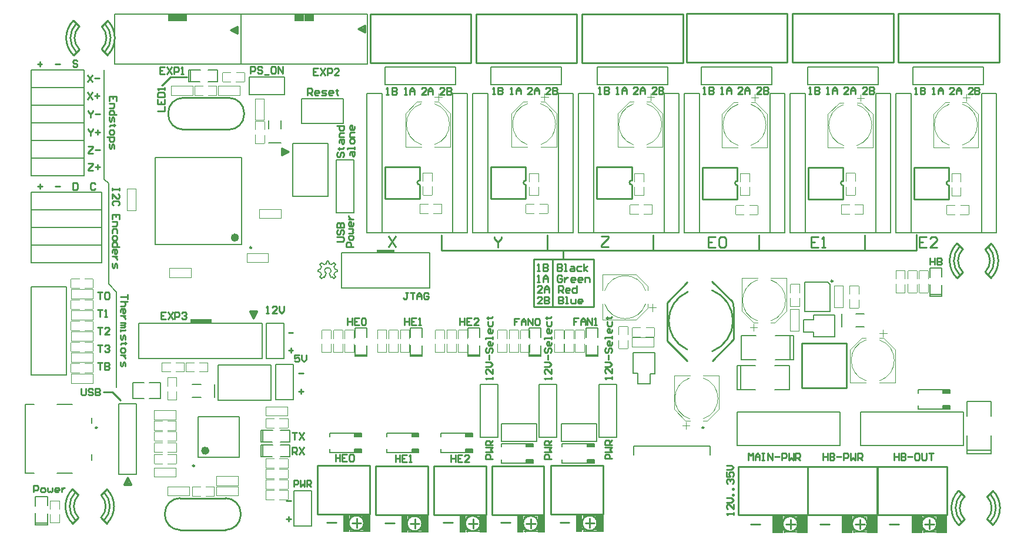
<source format=gto>
G04 Layer_Color=65535*
%FSLAX44Y44*%
%MOMM*%
G71*
G01*
G75*
%ADD44C,0.2000*%
%ADD48C,0.6000*%
%ADD49C,0.2540*%
%ADD71C,0.0762*%
%ADD72C,0.1524*%
%ADD73C,0.2500*%
%ADD74C,0.1000*%
%ADD75C,0.1500*%
%ADD76C,0.1270*%
%ADD77R,1.4224X0.9770*%
%ADD78R,2.5400X0.4318*%
%ADD79R,3.0480X0.5842*%
%ADD80R,0.1778X0.1270*%
%ADD81R,0.2540X0.3663*%
%ADD82R,0.3169X0.1119*%
%ADD83R,0.1270X0.3862*%
%ADD84R,0.5080X0.3810*%
%ADD85R,0.3810X0.3810*%
%ADD86R,0.2540X0.3810*%
%ADD87R,0.2540X0.3532*%
%ADD88R,2.1590X0.2870*%
%ADD89R,2.1590X0.2870*%
%ADD90R,1.5494X2.5782*%
%ADD91R,1.5240X2.5782*%
%ADD92R,0.3169X0.1119*%
%ADD93R,1.0226X2.5782*%
%ADD94R,0.9652X2.5782*%
%ADD95R,1.0480X2.5782*%
%ADD96R,1.0480X2.5782*%
%ADD97R,1.0000X0.5000*%
D44*
X1090968Y249276D02*
X1100112D01*
X1091730Y284276D02*
X1100112D01*
Y249276D02*
Y284276D01*
X1094980Y249276D02*
Y284276D01*
X1024980Y249276D02*
Y284276D01*
X1073980Y249276D02*
X1094980D01*
X1024980D02*
X1045980D01*
X1073980Y284276D02*
X1094980D01*
X1024980D02*
X1045980D01*
X1073218Y206097D02*
X1094218D01*
X1024218D02*
X1045218D01*
X1073218Y241096D02*
X1094218D01*
X1024218D02*
X1045218D01*
X1094218Y206097D02*
Y241096D01*
X1024218Y206097D02*
Y241096D01*
X1019086Y206097D02*
Y241096D01*
Y206097D02*
X1027468D01*
X1019086Y241096D02*
X1028230D01*
X1350074Y114376D02*
Y123520D01*
X1385074Y114376D02*
Y122758D01*
X1350074Y114376D02*
X1385074D01*
X1350074Y119508D02*
X1385074D01*
X1350074Y189508D02*
X1385074D01*
X1350074Y119508D02*
Y140508D01*
Y168508D02*
Y189508D01*
X1385074Y119508D02*
Y140508D01*
Y168508D02*
Y189508D01*
X380784Y60528D02*
X406184D01*
Y9728D02*
Y60528D01*
X380784Y9728D02*
X406184D01*
X380784D02*
Y60528D01*
X354876Y191846D02*
Y242646D01*
Y191846D02*
X380276D01*
Y242646D01*
X354876D02*
X380276D01*
X367068Y631520D02*
Y656920D01*
X316268Y631520D02*
X367068D01*
X316268D02*
Y656920D01*
X367068D01*
X340652Y251028D02*
Y301828D01*
Y251028D02*
X366052D01*
Y301828D01*
X340652D02*
X366052D01*
X679274Y132184D02*
Y157584D01*
X730074D01*
Y132184D02*
Y157584D01*
X679274Y132184D02*
X730074D01*
X765636Y132180D02*
X816436D01*
Y157580D01*
X765636D02*
X816436D01*
X765636Y132180D02*
Y157580D01*
X304466Y675324D02*
Y747324D01*
X122466Y675324D02*
Y747324D01*
Y675324D02*
X304466D01*
X122466Y747324D02*
X304466D01*
X304584D02*
X486584D01*
X304584Y675324D02*
X486584D01*
X304584D02*
Y747324D01*
X486584Y675324D02*
Y747324D01*
X157518Y301828D02*
X335318D01*
X157518Y251028D02*
X335318D01*
Y301828D01*
X157518Y251028D02*
Y301828D01*
X2620Y227660D02*
X53420D01*
X2620Y354660D02*
X53420D01*
Y227660D02*
Y354660D01*
X2620Y227660D02*
Y354660D01*
X449364Y403428D02*
X576364D01*
X449364Y352628D02*
X576364D01*
Y403428D01*
X449364Y352628D02*
Y403428D01*
X299081Y191592D02*
X347764D01*
X271564D02*
X347764D01*
X271564Y242392D02*
X347764D01*
X271564Y191592D02*
Y242392D01*
X347764Y191592D02*
Y242392D01*
X379006Y484962D02*
X429806D01*
X379006Y561162D02*
X429806D01*
Y484962D02*
Y561162D01*
X379006Y484962D02*
Y561162D01*
Y484962D02*
Y533645D01*
X817918Y646252D02*
Y671652D01*
X919518D01*
X817918Y646252D02*
X919518D01*
Y671652D01*
X766102Y645998D02*
Y671398D01*
X664502Y645998D02*
X766102D01*
X664502Y671398D02*
X766102D01*
X664502Y645998D02*
Y671398D01*
X512356Y645998D02*
Y671398D01*
X613956D01*
X512356Y645998D02*
X613956D01*
Y671398D01*
X1374178Y645490D02*
Y670890D01*
X1272578Y645490D02*
X1374178D01*
X1272578Y670890D02*
X1374178D01*
X1272578Y645490D02*
Y670890D01*
X1120432Y645744D02*
Y671144D01*
X1222032D01*
X1120432Y645744D02*
X1222032D01*
Y671144D01*
X1069124Y645998D02*
Y671398D01*
X967524Y645998D02*
X1069124D01*
X967524Y671398D02*
X1069124D01*
X967524Y645998D02*
Y671398D01*
X128054Y185750D02*
X153454D01*
Y84150D02*
Y185750D01*
X128054Y84150D02*
Y185750D01*
Y84150D02*
X153454D01*
X104220Y465150D02*
Y490550D01*
X2620Y465150D02*
X104220D01*
X2620Y490550D02*
X104220D01*
X2620Y465150D02*
Y490550D01*
Y439750D02*
Y465150D01*
X104220D01*
X2620Y439750D02*
X104220D01*
Y465150D01*
Y414350D02*
Y439750D01*
X2620Y414350D02*
X104220D01*
X2620Y439750D02*
X104220D01*
X2620Y414350D02*
Y439750D01*
Y388950D02*
Y414350D01*
X104220D01*
X2620Y388950D02*
X104220D01*
Y414350D01*
X2616Y540080D02*
X78816D01*
X2616Y514680D02*
Y540080D01*
Y514680D02*
X78816D01*
Y540080D01*
X78816Y540080D02*
Y565480D01*
X2616Y540080D02*
X78816D01*
X2616D02*
Y565480D01*
X78816D01*
X2616Y590880D02*
X78816D01*
X2616Y565480D02*
Y590880D01*
Y565480D02*
X78816D01*
Y590880D01*
Y616280D01*
X2616Y590880D02*
X78816D01*
X2616D02*
Y616280D01*
X78816D01*
X2616Y641680D02*
X78816D01*
X2616Y616280D02*
Y641680D01*
Y616280D02*
X78816D01*
Y641680D01*
Y667080D01*
X2616Y641680D02*
X78816D01*
X2616D02*
Y667080D01*
X78816D01*
X441490Y461340D02*
Y537540D01*
Y461340D02*
X466890D01*
Y537540D01*
X441490D02*
X466890D01*
X734098Y137744D02*
X759498D01*
X734098D02*
Y213944D01*
X759498D01*
Y137744D02*
Y213944D01*
X845858Y138252D02*
Y214452D01*
X820458D02*
X845858D01*
X820458Y138252D02*
Y214452D01*
Y138252D02*
X845858D01*
X649008Y137744D02*
X674408D01*
X649008D02*
Y213944D01*
X674408D01*
Y137744D02*
Y213944D01*
X868970Y229877D02*
Y259627D01*
X900470D01*
X868970Y229877D02*
X875720D01*
Y214876D02*
Y229877D01*
Y214876D02*
X893470D01*
Y229626D01*
X900470D01*
Y259627D01*
X343992Y562421D02*
X362492D01*
Y582421D02*
Y594421D01*
X343992Y582421D02*
Y594421D01*
X266576Y195804D02*
Y214304D01*
X234576D02*
X246576D01*
X234576Y195804D02*
X246576D01*
X1169870Y297404D02*
Y315904D01*
X1189870Y297404D02*
X1201870D01*
X1189870Y315904D02*
X1201870D01*
X1019000Y126040D02*
X1167000D01*
Y174040D01*
X1019000D02*
X1167000D01*
X1019000Y126040D02*
Y174040D01*
X1196800D02*
X1344800D01*
X1196800Y126040D02*
Y174040D01*
Y126040D02*
X1344800D01*
Y174040D01*
X125260Y209880D02*
Y347040D01*
X113830Y358470D02*
X125260Y347040D01*
X113830Y358470D02*
Y503250D01*
X107480Y509600D02*
X113830Y503250D01*
X107480Y509600D02*
Y667080D01*
X1129558Y313768D02*
X1159308D01*
Y282268D02*
Y313768D01*
X1129558Y307018D02*
Y313768D01*
X1114558Y307018D02*
X1129558D01*
X1114558Y289268D02*
Y307018D01*
Y289268D02*
X1129308D01*
Y282268D02*
Y289268D01*
Y282268D02*
X1159308D01*
X180600Y540671D02*
X305600D01*
X180600Y415671D02*
X305600D01*
X180600D02*
Y540671D01*
X305600Y415671D02*
Y540671D01*
X242982Y108736D02*
X301982D01*
X242982Y167736D02*
X301982D01*
X242982Y108736D02*
Y167736D01*
X301982Y108736D02*
Y167736D01*
X1152902Y319436D02*
Y347936D01*
X1116152Y319436D02*
X1152902D01*
X1116152Y361436D02*
X1137402D01*
X1116152Y319436D02*
Y361436D01*
X1137402D02*
X1149402D01*
X1152902Y357936D01*
Y347936D02*
Y357936D01*
X148694Y216554D02*
X164694D01*
X172694D02*
X188694D01*
X148694Y193554D02*
X164694D01*
X172694D02*
X188694D01*
X148694D02*
Y216554D01*
X188694Y193554D02*
Y216554D01*
X333642Y131156D02*
X349642D01*
X361392D02*
X374492D01*
Y148156D01*
X333642D02*
X350392D01*
X360892D02*
X374492D01*
X333642Y131156D02*
Y148156D01*
X336142Y131156D02*
Y148156D01*
X451932Y590398D02*
Y625398D01*
X391932Y590398D02*
Y625398D01*
Y590398D02*
X451932D01*
X391932Y625398D02*
X451932D01*
X89518Y158212D02*
Y166213D01*
Y105213D02*
Y113213D01*
X-6482Y185213D02*
X6518D01*
X39518D02*
X61518D01*
X39518Y86213D02*
X61518D01*
X-6482D02*
X6518D01*
X-6482D02*
Y185213D01*
X870200Y112412D02*
Y125502D01*
X870250Y125552D01*
X979978D01*
X980028Y112412D02*
Y125552D01*
X818290Y254339D02*
Y270338D01*
Y282089D02*
Y295188D01*
X801290D02*
X818290D01*
X801290Y254339D02*
Y271088D01*
Y281589D02*
Y295188D01*
Y254339D02*
X818290D01*
X801290Y256838D02*
X818290D01*
X736282Y254339D02*
Y270338D01*
Y282089D02*
Y295189D01*
X719282D02*
X736282D01*
X719282Y254339D02*
Y271089D01*
Y281589D02*
Y295189D01*
Y254339D02*
X736282D01*
X719282Y256839D02*
X736282D01*
X648395Y254339D02*
Y270338D01*
Y282089D02*
Y295189D01*
X631395D02*
X648395D01*
X631395Y254339D02*
Y271089D01*
Y281589D02*
Y295189D01*
Y254339D02*
X648395D01*
X631395Y256839D02*
X648395D01*
X486058Y254339D02*
Y270338D01*
Y282089D02*
Y295188D01*
X469058D02*
X486058D01*
X469058Y254339D02*
Y271088D01*
Y281588D02*
Y295188D01*
Y254339D02*
X486058D01*
X469058Y256838D02*
X486058D01*
X565081Y254339D02*
Y270338D01*
Y282089D02*
Y295188D01*
X548081D02*
X565081D01*
X548081Y254339D02*
Y271088D01*
Y281588D02*
Y295188D01*
Y254339D02*
X565081D01*
X548081Y256838D02*
X565081D01*
X229581Y649944D02*
X245581D01*
X257331D02*
X270431D01*
Y666944D01*
X229581D02*
X246331D01*
X256831D02*
X270431D01*
X229581Y649944D02*
Y666944D01*
X232081Y649944D02*
Y666944D01*
X1314098Y341206D02*
Y357206D01*
Y368956D02*
Y382056D01*
X1297098D02*
X1314098D01*
X1297098Y341206D02*
Y357956D01*
Y368456D02*
Y382056D01*
Y341206D02*
X1314098D01*
X1297098Y343706D02*
X1314098D01*
X25556Y11692D02*
Y27692D01*
Y39442D02*
Y52542D01*
X8556D02*
X25556D01*
X8556Y11692D02*
Y28442D01*
Y38942D02*
Y52542D01*
Y11692D02*
X25556D01*
X8556Y14192D02*
X25556D01*
X333642Y110072D02*
X349642D01*
X361392D02*
X374492D01*
Y127073D01*
X333642D02*
X350392D01*
X360892D02*
X374492D01*
X333642Y110072D02*
Y127073D01*
X336142Y110072D02*
Y127073D01*
D48*
X298600Y425670D02*
G03*
X298600Y425670I-3000J0D01*
G01*
X255982Y118736D02*
G03*
X255982Y118736I-3000J0D01*
G01*
D49*
X282486Y4394D02*
G03*
X304076Y25984I0J21590D01*
G01*
Y28524D02*
G03*
X282486Y50114I-21590J0D01*
G01*
X216446D02*
G03*
X194856Y28524I0J-21590D01*
G01*
Y25984D02*
G03*
X216446Y4394I21590J0D01*
G01*
X62977Y737997D02*
G03*
X62977Y688499I24749J-24749D01*
G01*
X112474D02*
G03*
X112474Y737997I-24749J24749D01*
G01*
X67220Y733754D02*
G03*
X67220Y692742I20506J-20506D01*
G01*
X108232Y692742D02*
G03*
X108232Y733754I-20506J20506D01*
G01*
X71462Y729511D02*
G03*
X71462Y696985I16264J-16264D01*
G01*
X103989Y696984D02*
G03*
X103989Y729511I-16264J16264D01*
G01*
X1376472Y375989D02*
G03*
X1376472Y408516I-16264J16264D01*
G01*
X1343945Y408516D02*
G03*
X1343945Y375989I16264J-16264D01*
G01*
X1380714Y371746D02*
G03*
X1380714Y412758I-20506J20506D01*
G01*
X1339702Y412758D02*
G03*
X1339702Y371746I20506J-20506D01*
G01*
X1384957Y367504D02*
G03*
X1384957Y417001I-24749J24749D01*
G01*
X1335459D02*
G03*
X1335459Y367504I24749J-24749D01*
G01*
X1323872Y507238D02*
G03*
X1323872Y500888I0J-3175D01*
G01*
X983311Y261782D02*
G03*
X983162Y349553I-17312J43856D01*
G01*
X947853Y347226D02*
G03*
X947147Y264366I18147J-41587D01*
G01*
X61903Y63179D02*
G03*
X61903Y13681I24749J-24749D01*
G01*
X111401D02*
G03*
X111401Y63179I-24749J24749D01*
G01*
X66146Y58936D02*
G03*
X66146Y17924I20506J-20506D01*
G01*
X107158Y17924D02*
G03*
X107158Y58936I-20506J20506D01*
G01*
X70389Y54694D02*
G03*
X70389Y22167I16264J-16264D01*
G01*
X102915Y22167D02*
G03*
X102915Y54694I-16264J16264D01*
G01*
X1306763Y13030D02*
G03*
X1306763Y13030I-10925J0D01*
G01*
X817601Y14300D02*
G03*
X817601Y14300I-10925J0D01*
G01*
X732511Y13792D02*
G03*
X732511Y13792I-10925J0D01*
G01*
X481559Y14300D02*
G03*
X481559Y14300I-10925J0D01*
G01*
X565379Y13538D02*
G03*
X565379Y13538I-10925J0D01*
G01*
X649199Y13792D02*
G03*
X649199Y13792I-10925J0D01*
G01*
X1206433Y13030D02*
G03*
X1206433Y13030I-10925J0D01*
G01*
X1106465D02*
G03*
X1106465Y13030I-10925J0D01*
G01*
X1019352Y507238D02*
G03*
X1019352Y500888I0J-3175D01*
G01*
X1171612Y507238D02*
G03*
X1171612Y500888I0J-3175D01*
G01*
X561600Y507982D02*
G03*
X561600Y501632I0J-3175D01*
G01*
X714648Y507982D02*
G03*
X714648Y501632I0J-3175D01*
G01*
X867188Y507982D02*
G03*
X867188Y501632I0J-3175D01*
G01*
X287316Y581178D02*
G03*
X308906Y602768I0J21590D01*
G01*
Y605308D02*
G03*
X287316Y626898I-21590J0D01*
G01*
X221276D02*
G03*
X199686Y605308I0J-21590D01*
G01*
Y602768D02*
G03*
X221276Y581178I21590J0D01*
G01*
X1337999Y60893D02*
G03*
X1337999Y11395I24749J-24749D01*
G01*
X1387497D02*
G03*
X1387497Y60893I-24749J24749D01*
G01*
X1342242Y56650D02*
G03*
X1342242Y15638I20506J-20506D01*
G01*
X1383254Y15638D02*
G03*
X1383254Y56650I-20506J20506D01*
G01*
X1346485Y52408D02*
G03*
X1346485Y19881I16264J-16264D01*
G01*
X1379012Y19881D02*
G03*
X1379012Y52408I-16264J16264D01*
G01*
X825980Y27052D02*
Y97052D01*
X750980Y27052D02*
X825980D01*
X750980D02*
Y97052D01*
X825980D01*
X665890Y96544D02*
X740890D01*
X665890Y26544D02*
Y96544D01*
Y26544D02*
X740890D01*
Y96544D01*
X657578Y26544D02*
Y96544D01*
X582578Y26544D02*
X657578D01*
X582578D02*
Y96544D01*
X657578D01*
X498758Y96290D02*
X573758D01*
X498758Y26290D02*
Y96290D01*
Y26290D02*
X573758D01*
Y96290D01*
X489938Y27052D02*
Y97052D01*
X414938Y27052D02*
X489938D01*
X414938D02*
Y97052D01*
X489938D01*
X1221162Y25782D02*
Y95782D01*
X1321162D01*
Y25782D02*
Y95782D01*
X1221162Y25782D02*
X1321162D01*
X1021010D02*
X1121010D01*
Y95782D01*
X1021010D02*
X1121010D01*
X1021010Y25782D02*
Y95782D01*
X1120832Y25782D02*
Y95782D01*
X1220832D01*
Y25782D02*
Y95782D01*
X1120832Y25782D02*
X1220832D01*
X1176742Y208872D02*
Y273372D01*
X1112242Y208872D02*
X1176742D01*
X1112242D02*
Y273372D01*
X1176742D01*
X304076Y25984D02*
Y28524D01*
X194856Y25984D02*
Y28524D01*
X216446Y4394D02*
X282486D01*
X216446Y50114D02*
X282486D01*
X62977Y737997D02*
X71462Y729511D01*
X103989D02*
X112474Y737997D01*
X103989Y696985D02*
X112475Y688499D01*
X62977D02*
X71462Y696985D01*
X1335459Y367504D02*
X1343945Y375989D01*
X1376472Y375989D02*
X1384957Y367503D01*
X1376472Y408516D02*
X1384957Y417001D01*
X1335459Y417001D02*
X1343945Y408515D01*
X1251430Y677948D02*
Y747948D01*
X1396430D01*
Y677948D02*
Y747948D01*
X1251430Y677948D02*
X1396430D01*
X1323872Y507111D02*
Y526796D01*
Y481076D02*
Y500761D01*
X1273834Y481076D02*
X1323618D01*
X1273834Y526796D02*
X1320062D01*
X1273834Y481076D02*
Y526796D01*
X1273872D02*
X1323872D01*
X1014270Y279232D02*
Y287118D01*
X983272Y248234D02*
X1014270Y279232D01*
X917994Y332054D02*
X946950Y361010D01*
X917994Y323418D02*
Y332054D01*
X982891Y362153D02*
X1011984Y333060D01*
X1014270Y324118D01*
X917994Y276936D02*
X946823Y248107D01*
X917994Y276936D02*
Y286418D01*
Y323418D01*
X1014270Y287118D02*
Y324118D01*
X61903Y63179D02*
X70388Y54694D01*
X102916D02*
X111401Y63179D01*
X102916Y22167D02*
X111401Y13681D01*
X61903D02*
X70388Y22167D01*
X768388Y394284D02*
Y406984D01*
X1277404Y408000D02*
Y429590D01*
X1202728Y407238D02*
Y428828D01*
X1050459Y407238D02*
Y428828D01*
X898436Y407238D02*
Y428828D01*
X746036Y407492D02*
Y429082D01*
X592874Y407238D02*
Y428828D01*
Y407238D02*
X1277658D01*
X753402Y325450D02*
Y394284D01*
X812330Y325450D02*
Y394284D01*
X725970Y325450D02*
X812330D01*
X725970D02*
Y394284D01*
X812330D01*
X141770Y76022D02*
X142024Y76276D01*
X138722Y76022D02*
X141770D01*
X138214Y73990D02*
X142024D01*
X136944Y71704D02*
X144310D01*
X135674Y69672D02*
X145834D01*
X321348Y313004D02*
X321602Y313258D01*
X324650D01*
X321348Y315290D02*
X325158D01*
X319062Y317576D02*
X326428D01*
X317538Y319608D02*
X327698D01*
X299758Y719658D02*
Y729818D01*
X297726Y720928D02*
Y728294D01*
X295440Y722198D02*
Y726008D01*
X293408Y722706D02*
Y725754D01*
X293154Y726008D02*
X293408Y725754D01*
X483146Y720928D02*
Y731088D01*
X481114Y722452D02*
Y729818D01*
X478828Y723722D02*
Y727532D01*
X476796Y724230D02*
Y727278D01*
X476542Y727532D02*
X476796Y727278D01*
X363004Y543890D02*
Y554050D01*
X365036Y545414D02*
Y552780D01*
X367322Y547700D02*
Y551510D01*
X369354Y547954D02*
Y551002D01*
Y547954D02*
X369608Y547700D01*
X119418Y203276D02*
X131356Y191338D01*
X106464Y203276D02*
X119418D01*
X202730Y656920D02*
X226352D01*
X190792Y644982D02*
X202730Y656920D01*
X190538Y644982D02*
X190792D01*
X969352Y526796D02*
X1019352D01*
X969314Y481076D02*
Y526796D01*
X1015542D01*
X969314Y481076D02*
X1019098D01*
X1019352D02*
Y500761D01*
Y507111D02*
Y526796D01*
X1171612Y507111D02*
Y526796D01*
Y481076D02*
Y500761D01*
X1121574Y481076D02*
X1171358D01*
X1121574Y526796D02*
X1167802D01*
X1121574Y481076D02*
Y526796D01*
X1121612D02*
X1171612D01*
X511600Y527540D02*
X561600D01*
X511562Y481820D02*
Y527540D01*
X557789D01*
X511562Y481820D02*
X561345D01*
X561600D02*
Y501505D01*
Y507855D02*
Y527540D01*
X714648Y507855D02*
Y527540D01*
Y481820D02*
Y501505D01*
X664610Y481820D02*
X714394D01*
X664610Y527540D02*
X710838D01*
X664610Y481820D02*
Y527540D01*
X664648D02*
X714648D01*
X817188D02*
X867188D01*
X817150Y481820D02*
Y527540D01*
X863378D01*
X817150Y481820D02*
X866934D01*
X867188D02*
Y501505D01*
Y507855D02*
Y527540D01*
X308906Y602768D02*
Y605308D01*
X199686Y602768D02*
Y605308D01*
X221276Y581178D02*
X287316D01*
X221276Y626898D02*
X287316D01*
X946430Y677948D02*
Y747948D01*
X1091430D01*
Y677948D02*
Y747948D01*
X946430Y677948D02*
X1091430D01*
X1098930D02*
Y747948D01*
X1243930D01*
Y677948D02*
Y747948D01*
X1098930Y677948D02*
X1243930D01*
X490808Y677440D02*
Y747440D01*
X635808D01*
Y677440D02*
Y747440D01*
X490808Y677440D02*
X635808D01*
X643308D02*
Y747440D01*
X788308D01*
Y677440D02*
Y747440D01*
X643308Y677440D02*
X788308D01*
X795808D02*
Y747440D01*
X940808D01*
Y677440D02*
Y747440D01*
X795808Y677440D02*
X940808D01*
X1338000Y60893D02*
X1346485Y52407D01*
X1379011D02*
X1387496Y60893D01*
X1379012Y19881D02*
X1387497Y11395D01*
X1337999D02*
X1346484Y19881D01*
X1142500Y114997D02*
Y105000D01*
Y109999D01*
X1149165D01*
Y114997D01*
Y105000D01*
X1152497Y114997D02*
Y105000D01*
X1157495D01*
X1159161Y106666D01*
Y108332D01*
X1157495Y109999D01*
X1152497D01*
X1157495D01*
X1159161Y111665D01*
Y113331D01*
X1157495Y114997D01*
X1152497D01*
X1162494Y109999D02*
X1169158D01*
X1172490Y105000D02*
Y114997D01*
X1177489D01*
X1179155Y113331D01*
Y109999D01*
X1177489Y108332D01*
X1172490D01*
X1182487Y114997D02*
Y105000D01*
X1185819Y108332D01*
X1189152Y105000D01*
Y114997D01*
X1192484Y105000D02*
Y114997D01*
X1197482D01*
X1199148Y113331D01*
Y109999D01*
X1197482Y108332D01*
X1192484D01*
X1195816D02*
X1199148Y105000D01*
X1035000D02*
Y114997D01*
X1038332Y111665D01*
X1041665Y114997D01*
Y105000D01*
X1044997D02*
Y111665D01*
X1048329Y114997D01*
X1051661Y111665D01*
Y105000D01*
Y109999D01*
X1044997D01*
X1054994Y114997D02*
X1058326D01*
X1056660D01*
Y105000D01*
X1054994D01*
X1058326D01*
X1063324D02*
Y114997D01*
X1069989Y105000D01*
Y114997D01*
X1073321Y109999D02*
X1079986D01*
X1083318Y105000D02*
Y114997D01*
X1088316D01*
X1089982Y113331D01*
Y109999D01*
X1088316Y108332D01*
X1083318D01*
X1093315Y114997D02*
Y105000D01*
X1096647Y108332D01*
X1099979Y105000D01*
Y114997D01*
X1103311Y105000D02*
Y114997D01*
X1108310D01*
X1109976Y113331D01*
Y109999D01*
X1108310Y108332D01*
X1103311D01*
X1106644D02*
X1109976Y105000D01*
X341160Y316560D02*
X344492D01*
X342826D01*
Y326557D01*
X341160Y324891D01*
X356155Y316560D02*
X349491D01*
X356155Y323225D01*
Y324891D01*
X354489Y326557D01*
X351157D01*
X349491Y324891D01*
X359487Y326557D02*
Y319893D01*
X362820Y316560D01*
X366152Y319893D01*
Y326557D01*
X195933Y318175D02*
X189268D01*
Y308178D01*
X195933D01*
X189268Y313177D02*
X192600D01*
X199265Y318175D02*
X205929Y308178D01*
Y318175D02*
X199265Y308178D01*
X209262D02*
Y318175D01*
X214260D01*
X215926Y316509D01*
Y313177D01*
X214260Y311511D01*
X209262D01*
X219258Y316509D02*
X220924Y318175D01*
X224257D01*
X225923Y316509D01*
Y314843D01*
X224257Y313177D01*
X222591D01*
X224257D01*
X225923Y311511D01*
Y309844D01*
X224257Y308178D01*
X220924D01*
X219258Y309844D01*
X400596Y630504D02*
Y640501D01*
X405594D01*
X407261Y638835D01*
Y635503D01*
X405594Y633837D01*
X400596D01*
X403928D02*
X407261Y630504D01*
X415591D02*
X412259D01*
X410593Y632170D01*
Y635503D01*
X412259Y637169D01*
X415591D01*
X417257Y635503D01*
Y633837D01*
X410593D01*
X420590Y630504D02*
X425588D01*
X427254Y632170D01*
X425588Y633837D01*
X422256D01*
X420590Y635503D01*
X422256Y637169D01*
X427254D01*
X435585Y630504D02*
X432253D01*
X430586Y632170D01*
Y635503D01*
X432253Y637169D01*
X435585D01*
X437251Y635503D01*
Y633837D01*
X430586D01*
X442249Y638835D02*
Y637169D01*
X440583D01*
X443915D01*
X442249D01*
Y632170D01*
X443915Y630504D01*
X544674Y346477D02*
X541342D01*
X543008D01*
Y338146D01*
X541342Y336480D01*
X539676D01*
X538010Y338146D01*
X548007Y346477D02*
X554671D01*
X551339D01*
Y336480D01*
X558004D02*
Y343145D01*
X561336Y346477D01*
X564668Y343145D01*
Y336480D01*
Y341479D01*
X558004D01*
X574665Y344811D02*
X572999Y346477D01*
X569666D01*
X568000Y344811D01*
Y338146D01*
X569666Y336480D01*
X572999D01*
X574665Y338146D01*
Y341479D01*
X571333D01*
X1291879Y426791D02*
X1281722D01*
Y411556D01*
X1291879D01*
X1281722Y419174D02*
X1286800D01*
X1307114Y411556D02*
X1296957D01*
X1307114Y421713D01*
Y424252D01*
X1304575Y426791D01*
X1299496D01*
X1296957Y424252D01*
X415388Y669711D02*
X408724D01*
Y659714D01*
X415388D01*
X408724Y664713D02*
X412056D01*
X418721Y669711D02*
X425385Y659714D01*
Y669711D02*
X418721Y659714D01*
X428718D02*
Y669711D01*
X433716D01*
X435382Y668045D01*
Y664713D01*
X433716Y663046D01*
X428718D01*
X445379Y659714D02*
X438714D01*
X445379Y666379D01*
Y668045D01*
X443713Y669711D01*
X440381D01*
X438714Y668045D01*
X833920Y411815D02*
X823763D01*
Y414354D01*
X833920Y424511D01*
Y427050D01*
X823763D01*
X83896Y659805D02*
X90561Y649808D01*
Y659805D02*
X83896Y649808D01*
X93893Y654807D02*
X100557D01*
X83896Y634659D02*
X90561Y624662D01*
Y634659D02*
X83896Y624662D01*
X93893Y629661D02*
X100557D01*
X97225Y632993D02*
Y626328D01*
X84404Y608497D02*
Y606831D01*
X87736Y603499D01*
X91068Y606831D01*
Y608497D01*
X87736Y603499D02*
Y598500D01*
X94401Y603499D02*
X101065D01*
X84658Y582589D02*
Y580923D01*
X87990Y577591D01*
X91322Y580923D01*
Y582589D01*
X87990Y577591D02*
Y572592D01*
X94655Y577591D02*
X101319D01*
X97987Y580923D02*
Y574258D01*
X527088Y412577D02*
X516931Y427812D01*
Y412577D02*
X527088Y427812D01*
X84658Y557189D02*
X91322D01*
Y555523D01*
X84658Y548858D01*
Y547192D01*
X91322D01*
X94655Y552191D02*
X101319D01*
X84404Y532043D02*
X91068D01*
Y530377D01*
X84404Y523712D01*
Y522046D01*
X91068D01*
X94401Y527045D02*
X101065D01*
X97733Y530377D02*
Y523712D01*
X378498Y144439D02*
X385163D01*
X381830D01*
Y134442D01*
X388495Y144439D02*
X395159Y134442D01*
Y144439D02*
X388495Y134442D01*
X378498Y113360D02*
Y123357D01*
X383496D01*
X385163Y121691D01*
Y118359D01*
X383496Y116692D01*
X378498D01*
X381830D02*
X385163Y113360D01*
X388495Y123357D02*
X395159Y113360D01*
Y123357D02*
X388495Y113360D01*
X5880Y58750D02*
Y68747D01*
X10878D01*
X12544Y67081D01*
Y63749D01*
X10878Y62083D01*
X5880D01*
X17543Y58750D02*
X20875D01*
X22541Y60416D01*
Y63749D01*
X20875Y65415D01*
X17543D01*
X15877Y63749D01*
Y60416D01*
X17543Y58750D01*
X25874Y65415D02*
Y60416D01*
X27540Y58750D01*
X29206Y60416D01*
X30872Y58750D01*
X32538Y60416D01*
Y65415D01*
X40869Y58750D02*
X37536D01*
X35870Y60416D01*
Y63749D01*
X37536Y65415D01*
X40869D01*
X42535Y63749D01*
Y62083D01*
X35870D01*
X45867Y65415D02*
Y58750D01*
Y62083D01*
X47533Y63749D01*
X49199Y65415D01*
X50866D01*
X184605Y608152D02*
X194602D01*
Y614817D01*
X184605Y624813D02*
Y618149D01*
X194602D01*
Y624813D01*
X189604Y618149D02*
Y621481D01*
X184605Y628146D02*
X194602D01*
Y633144D01*
X192936Y634810D01*
X186271D01*
X184605Y633144D01*
Y628146D01*
X194602Y638143D02*
Y641475D01*
Y639809D01*
X184605D01*
X186271Y638143D01*
X194662Y671489D02*
X187998D01*
Y661492D01*
X194662D01*
X187998Y666491D02*
X191330D01*
X197995Y671489D02*
X204659Y661492D01*
Y671489D02*
X197995Y661492D01*
X207992D02*
Y671489D01*
X212990D01*
X214656Y669823D01*
Y666491D01*
X212990Y664825D01*
X207992D01*
X217988Y661492D02*
X221321D01*
X219655D01*
Y671489D01*
X217988Y669823D01*
X1136177Y426791D02*
X1126020D01*
Y411556D01*
X1136177D01*
X1126020Y419174D02*
X1131098D01*
X1141255Y411556D02*
X1146333D01*
X1143794D01*
Y426791D01*
X1141255Y424252D01*
X987587Y426283D02*
X977430D01*
Y411048D01*
X987587D01*
X977430Y418666D02*
X982508D01*
X992665Y423744D02*
X995204Y426283D01*
X1000283D01*
X1002822Y423744D01*
Y413587D01*
X1000283Y411048D01*
X995204D01*
X992665Y413587D01*
Y423744D01*
X440474Y113197D02*
Y103200D01*
Y108199D01*
X447138D01*
Y113197D01*
Y103200D01*
X457135Y113197D02*
X450471D01*
Y103200D01*
X457135D01*
X450471Y108199D02*
X453803D01*
X460468Y111531D02*
X462134Y113197D01*
X465466D01*
X467132Y111531D01*
Y104866D01*
X465466Y103200D01*
X462134D01*
X460468Y104866D01*
Y111531D01*
X1245000Y114997D02*
Y105000D01*
Y109999D01*
X1251665D01*
Y114997D01*
Y105000D01*
X1254997Y114997D02*
Y105000D01*
X1259995D01*
X1261661Y106666D01*
Y108332D01*
X1259995Y109999D01*
X1254997D01*
X1259995D01*
X1261661Y111665D01*
Y113331D01*
X1259995Y114997D01*
X1254997D01*
X1264994Y109999D02*
X1271658D01*
X1279989Y114997D02*
X1276656D01*
X1274990Y113331D01*
Y106666D01*
X1276656Y105000D01*
X1279989D01*
X1281655Y106666D01*
Y113331D01*
X1279989Y114997D01*
X1284987D02*
Y106666D01*
X1286653Y105000D01*
X1289986D01*
X1291652Y106666D01*
Y114997D01*
X1294984D02*
X1301648D01*
X1298316D01*
Y105000D01*
X669836Y426791D02*
Y424252D01*
X674914Y419174D01*
X679993Y424252D01*
Y426791D01*
X674914Y419174D02*
Y411556D01*
X318046Y661746D02*
Y671743D01*
X323044D01*
X324711Y670077D01*
Y666745D01*
X323044Y665079D01*
X318046D01*
X334707Y670077D02*
X333041Y671743D01*
X329709D01*
X328043Y670077D01*
Y668411D01*
X329709Y666745D01*
X333041D01*
X334707Y665079D01*
Y663412D01*
X333041Y661746D01*
X329709D01*
X328043Y663412D01*
X338040Y660080D02*
X344704D01*
X353035Y671743D02*
X349702D01*
X348036Y670077D01*
Y663412D01*
X349702Y661746D01*
X353035D01*
X354701Y663412D01*
Y670077D01*
X353035Y671743D01*
X358033Y661746D02*
Y671743D01*
X364698Y661746D01*
Y671743D01*
X388465Y256707D02*
X381800D01*
Y251709D01*
X385132Y253375D01*
X386798D01*
X388465Y251709D01*
Y248376D01*
X386798Y246710D01*
X383466D01*
X381800Y248376D01*
X391797Y256707D02*
Y250042D01*
X395129Y246710D01*
X398461Y250042D01*
Y256707D01*
X381038Y67132D02*
Y76129D01*
X385536D01*
X387036Y74630D01*
Y71631D01*
X385536Y70131D01*
X381038D01*
X390035Y76129D02*
Y67132D01*
X393034Y70131D01*
X396033Y67132D01*
Y76129D01*
X399032Y67132D02*
Y76129D01*
X403531D01*
X405030Y74630D01*
Y71631D01*
X403531Y70131D01*
X399032D01*
X402031D02*
X405030Y67132D01*
X526834Y112181D02*
Y102184D01*
Y107183D01*
X533498D01*
Y112181D01*
Y102184D01*
X543495Y112181D02*
X536831D01*
Y102184D01*
X543495D01*
X536831Y107183D02*
X540163D01*
X546828Y102184D02*
X550160D01*
X548494D01*
Y112181D01*
X546828Y110515D01*
X606590Y112435D02*
Y102438D01*
Y107437D01*
X613255D01*
Y112435D01*
Y102438D01*
X623251Y112435D02*
X616587D01*
Y102438D01*
X623251D01*
X616587Y107437D02*
X619919D01*
X633248Y102438D02*
X626584D01*
X633248Y109103D01*
Y110769D01*
X631582Y112435D01*
X628250D01*
X626584Y110769D01*
X141057Y343230D02*
Y336566D01*
Y339898D01*
X131060D01*
X141057Y333233D02*
X131060D01*
X136058D01*
X137725Y331567D01*
Y328235D01*
X136058Y326569D01*
X131060D01*
Y318238D02*
Y321571D01*
X132726Y323237D01*
X136058D01*
X137725Y321571D01*
Y318238D01*
X136058Y316572D01*
X134392D01*
Y323237D01*
X137725Y313240D02*
X131060D01*
X134392D01*
X136058Y311574D01*
X137725Y309908D01*
Y308242D01*
X131060Y303243D02*
X137725D01*
Y301577D01*
X136058Y299911D01*
X131060D01*
X136058D01*
X137725Y298245D01*
X136058Y296579D01*
X131060D01*
Y293246D02*
Y289914D01*
Y291580D01*
X137725D01*
Y293246D01*
X131060Y284916D02*
Y279917D01*
X132726Y278251D01*
X134392Y279917D01*
Y283249D01*
X136058Y284916D01*
X137725Y283249D01*
Y278251D01*
X139391Y273253D02*
X137725D01*
Y274919D01*
Y271587D01*
Y273253D01*
X132726D01*
X131060Y271587D01*
Y264922D02*
Y261590D01*
X132726Y259924D01*
X136058D01*
X137725Y261590D01*
Y264922D01*
X136058Y266588D01*
X132726D01*
X131060Y264922D01*
X137725Y256591D02*
X131060D01*
X134392D01*
X136058Y254925D01*
X137725Y253259D01*
Y251593D01*
X131060Y246595D02*
Y241596D01*
X132726Y239930D01*
X134392Y241596D01*
Y244928D01*
X136058Y246595D01*
X137725Y244928D01*
Y239930D01*
X94120Y502945D02*
X92454Y504611D01*
X89122D01*
X87456Y502945D01*
Y496280D01*
X89122Y494614D01*
X92454D01*
X94120Y496280D01*
X62056Y504611D02*
Y494614D01*
X67054D01*
X68720Y496280D01*
Y502945D01*
X67054Y504611D01*
X62056D01*
X36910Y499359D02*
X43574D01*
X11256D02*
X17920D01*
X14588Y502691D02*
Y496026D01*
X128907Y496900D02*
Y493568D01*
Y495234D01*
X118910D01*
Y496900D01*
Y493568D01*
Y481905D02*
Y488570D01*
X125575Y481905D01*
X127241D01*
X128907Y483571D01*
Y486903D01*
X127241Y488570D01*
Y471908D02*
X128907Y473574D01*
Y476907D01*
X127241Y478573D01*
X120576D01*
X118910Y476907D01*
Y473574D01*
X120576Y471908D01*
X128907Y451915D02*
Y458579D01*
X118910D01*
Y451915D01*
X123908Y458579D02*
Y455247D01*
X118910Y448582D02*
X125575D01*
Y443584D01*
X123908Y441918D01*
X118910D01*
X125575Y431921D02*
Y436920D01*
X123908Y438586D01*
X120576D01*
X118910Y436920D01*
Y431921D01*
Y426923D02*
Y423591D01*
X120576Y421924D01*
X123908D01*
X125575Y423591D01*
Y426923D01*
X123908Y428589D01*
X120576D01*
X118910Y426923D01*
X128907Y411928D02*
X118910D01*
Y416926D01*
X120576Y418592D01*
X123908D01*
X125575Y416926D01*
Y411928D01*
X118910Y403597D02*
Y406929D01*
X120576Y408595D01*
X123908D01*
X125575Y406929D01*
Y403597D01*
X123908Y401931D01*
X122242D01*
Y408595D01*
X125575Y398599D02*
X118910D01*
X122242D01*
X123908Y396932D01*
X125575Y395266D01*
Y393600D01*
X118910Y388602D02*
Y383603D01*
X120576Y381937D01*
X122242Y383603D01*
Y386936D01*
X123908Y388602D01*
X125575Y386936D01*
Y381937D01*
X125097Y622316D02*
Y628980D01*
X115100D01*
Y622316D01*
X120098Y628980D02*
Y625648D01*
X115100Y618983D02*
X121764D01*
Y613985D01*
X120098Y612319D01*
X115100D01*
X125097Y602322D02*
X115100D01*
Y607321D01*
X116766Y608987D01*
X120098D01*
X121764Y607321D01*
Y602322D01*
X115100Y598990D02*
Y593992D01*
X116766Y592325D01*
X118432Y593992D01*
Y597324D01*
X120098Y598990D01*
X121764Y597324D01*
Y592325D01*
X123431Y587327D02*
X121764D01*
Y588993D01*
Y585661D01*
Y587327D01*
X116766D01*
X115100Y585661D01*
Y578996D02*
Y575664D01*
X116766Y573998D01*
X120098D01*
X121764Y575664D01*
Y578996D01*
X120098Y580662D01*
X116766D01*
X115100Y578996D01*
X111768Y570666D02*
X121764D01*
Y565667D01*
X120098Y564001D01*
X116766D01*
X115100Y565667D01*
Y570666D01*
Y560669D02*
Y555671D01*
X116766Y554004D01*
X118432Y555671D01*
Y559003D01*
X120098Y560669D01*
X121764Y559003D01*
Y554004D01*
X145834Y69929D02*
X140756Y80086D01*
X135677Y69929D01*
X738223Y330530D02*
X731558D01*
X738223Y337195D01*
Y338861D01*
X736556Y340527D01*
X733224D01*
X731558Y338861D01*
X741555Y340527D02*
Y330530D01*
X746553D01*
X748219Y332196D01*
Y333862D01*
X746553Y335529D01*
X741555D01*
X746553D01*
X748219Y337195D01*
Y338861D01*
X746553Y340527D01*
X741555D01*
X761548D02*
Y330530D01*
X766547D01*
X768213Y332196D01*
Y333862D01*
X766547Y335529D01*
X761548D01*
X766547D01*
X768213Y337195D01*
Y338861D01*
X766547Y340527D01*
X761548D01*
X771545Y330530D02*
X774877D01*
X773211D01*
Y340527D01*
X771545D01*
X779876Y337195D02*
Y332196D01*
X781542Y330530D01*
X786540D01*
Y337195D01*
X794871Y330530D02*
X791539D01*
X789873Y332196D01*
Y335529D01*
X791539Y337195D01*
X794871D01*
X796537Y335529D01*
Y333862D01*
X789873D01*
X738223Y346109D02*
X731558D01*
X738223Y352773D01*
Y354440D01*
X736556Y356106D01*
X733224D01*
X731558Y354440D01*
X741555Y346109D02*
Y352773D01*
X744887Y356106D01*
X748219Y352773D01*
Y346109D01*
Y351107D01*
X741555D01*
X761548Y346109D02*
Y356106D01*
X766547D01*
X768213Y354440D01*
Y351107D01*
X766547Y349441D01*
X761548D01*
X764881D02*
X768213Y346109D01*
X776544D02*
X773211D01*
X771545Y347775D01*
Y351107D01*
X773211Y352773D01*
X776544D01*
X778210Y351107D01*
Y349441D01*
X771545D01*
X788206Y356106D02*
Y346109D01*
X783208D01*
X781542Y347775D01*
Y351107D01*
X783208Y352773D01*
X788206D01*
X731558Y361688D02*
X734890D01*
X733224D01*
Y371684D01*
X731558Y370018D01*
X739889Y361688D02*
Y368352D01*
X743221Y371684D01*
X746553Y368352D01*
Y361688D01*
Y366686D01*
X739889D01*
X766547Y370018D02*
X764881Y371684D01*
X761548D01*
X759882Y370018D01*
Y363354D01*
X761548Y361688D01*
X764881D01*
X766547Y363354D01*
Y366686D01*
X763214D01*
X769879Y368352D02*
Y361688D01*
Y365020D01*
X771545Y366686D01*
X773211Y368352D01*
X774877D01*
X784874Y361688D02*
X781542D01*
X779876Y363354D01*
Y366686D01*
X781542Y368352D01*
X784874D01*
X786540Y366686D01*
Y365020D01*
X779876D01*
X794871Y361688D02*
X791539D01*
X789873Y363354D01*
Y366686D01*
X791539Y368352D01*
X794871D01*
X796537Y366686D01*
Y365020D01*
X789873D01*
X799869Y361688D02*
Y368352D01*
X804868D01*
X806534Y366686D01*
Y361688D01*
X731558Y377266D02*
X734890D01*
X733224D01*
Y387263D01*
X731558Y385597D01*
X739889Y387263D02*
Y377266D01*
X744887D01*
X746553Y378932D01*
Y380598D01*
X744887Y382265D01*
X739889D01*
X744887D01*
X746553Y383931D01*
Y385597D01*
X744887Y387263D01*
X739889D01*
X759882D02*
Y377266D01*
X764881D01*
X766547Y378932D01*
Y380598D01*
X764881Y382265D01*
X759882D01*
X764881D01*
X766547Y383931D01*
Y385597D01*
X764881Y387263D01*
X759882D01*
X769879Y377266D02*
X773211D01*
X771545D01*
Y387263D01*
X769879D01*
X779876Y383931D02*
X783208D01*
X784874Y382265D01*
Y377266D01*
X779876D01*
X778210Y378932D01*
X779876Y380598D01*
X784874D01*
X794871Y383931D02*
X789873D01*
X788206Y382265D01*
Y378932D01*
X789873Y377266D01*
X794871D01*
X798203D02*
Y387263D01*
Y380598D02*
X803202Y383931D01*
X798203Y380598D02*
X803202Y377266D01*
X317538Y319351D02*
X322616Y309194D01*
X327695Y319351D01*
X299501Y729818D02*
X289344Y724740D01*
X299501Y719661D01*
X482889Y731342D02*
X472732Y726264D01*
X482889Y721186D01*
X363261Y543890D02*
X373418Y548969D01*
X363261Y554047D01*
X372768Y288803D02*
X379432D01*
X372768Y262955D02*
X379432D01*
X376100Y266287D02*
Y259623D01*
X444499Y548523D02*
X442832Y546857D01*
Y543524D01*
X444499Y541858D01*
X446165D01*
X447831Y543524D01*
Y546857D01*
X449497Y548523D01*
X451163D01*
X452829Y546857D01*
Y543524D01*
X451163Y541858D01*
X444499Y553521D02*
X446165D01*
Y551855D01*
Y555187D01*
Y553521D01*
X451163D01*
X452829Y555187D01*
X446165Y561852D02*
Y565184D01*
X447831Y566850D01*
X452829D01*
Y561852D01*
X451163Y560186D01*
X449497Y561852D01*
Y566850D01*
X452829Y570182D02*
X446165D01*
Y575181D01*
X447831Y576847D01*
X452829D01*
X442832Y586844D02*
X452829D01*
Y581845D01*
X451163Y580179D01*
X447831D01*
X446165Y581845D01*
Y586844D01*
X460988Y544286D02*
Y547619D01*
X462654Y549285D01*
X467652D01*
Y544286D01*
X465986Y542620D01*
X464320Y544286D01*
Y549285D01*
X467652Y552617D02*
Y555949D01*
Y554283D01*
X457655D01*
Y552617D01*
X467652Y562614D02*
Y565946D01*
X465986Y567612D01*
X462654D01*
X460988Y565946D01*
Y562614D01*
X462654Y560948D01*
X465986D01*
X467652Y562614D01*
Y570944D02*
X460988D01*
Y575943D01*
X462654Y577609D01*
X467652D01*
Y585940D02*
Y582607D01*
X465986Y580941D01*
X462654D01*
X460988Y582607D01*
Y585940D01*
X462654Y587606D01*
X464320D01*
Y580941D01*
X465874Y412064D02*
X455877D01*
Y417063D01*
X457543Y418729D01*
X460876D01*
X462542Y417063D01*
Y412064D01*
X465874Y423727D02*
Y427059D01*
X464208Y428726D01*
X460876D01*
X459210Y427059D01*
Y423727D01*
X460876Y422061D01*
X464208D01*
X465874Y423727D01*
X459210Y432058D02*
X464208D01*
X465874Y433724D01*
X464208Y435390D01*
X465874Y437056D01*
X464208Y438722D01*
X459210D01*
X465874Y447053D02*
Y443721D01*
X464208Y442054D01*
X460876D01*
X459210Y443721D01*
Y447053D01*
X460876Y448719D01*
X462542D01*
Y442054D01*
X459210Y452051D02*
X465874D01*
X462542D01*
X460876Y453717D01*
X459210Y455384D01*
Y457050D01*
X442923Y420192D02*
X451254D01*
X452920Y421858D01*
Y425191D01*
X451254Y426857D01*
X442923D01*
X444589Y436853D02*
X442923Y435187D01*
Y431855D01*
X444589Y430189D01*
X446255D01*
X447922Y431855D01*
Y435187D01*
X449588Y436853D01*
X451254D01*
X452920Y435187D01*
Y431855D01*
X451254Y430189D01*
X442923Y440186D02*
X452920D01*
Y445184D01*
X451254Y446850D01*
X449588D01*
X447922Y445184D01*
Y440186D01*
Y445184D01*
X446255Y446850D01*
X444589D01*
X442923Y445184D01*
Y440186D01*
X457746Y309539D02*
Y299542D01*
Y304541D01*
X464411D01*
Y309539D01*
Y299542D01*
X474407Y309539D02*
X467743D01*
Y299542D01*
X474407D01*
X467743Y304541D02*
X471075D01*
X477740Y307873D02*
X479406Y309539D01*
X482738D01*
X484404Y307873D01*
Y301208D01*
X482738Y299542D01*
X479406D01*
X477740Y301208D01*
Y307873D01*
X540296Y309539D02*
Y299542D01*
Y304541D01*
X546960D01*
Y309539D01*
Y299542D01*
X556957Y309539D02*
X550293D01*
Y299542D01*
X556957D01*
X550293Y304541D02*
X553625D01*
X560290Y299542D02*
X563622D01*
X561956D01*
Y309539D01*
X560290Y307873D01*
X619798Y309539D02*
Y299542D01*
Y304541D01*
X626463D01*
Y309539D01*
Y299542D01*
X636459Y309539D02*
X629795D01*
Y299542D01*
X636459D01*
X629795Y304541D02*
X633127D01*
X646456Y299542D02*
X639792D01*
X646456Y306207D01*
Y307873D01*
X644790Y309539D01*
X641458D01*
X639792Y307873D01*
X704695Y309285D02*
X698030D01*
Y304287D01*
X701362D01*
X698030D01*
Y299288D01*
X708027D02*
Y305953D01*
X711359Y309285D01*
X714691Y305953D01*
Y299288D01*
Y304287D01*
X708027D01*
X718024Y299288D02*
Y309285D01*
X724688Y299288D01*
Y309285D01*
X728020Y307619D02*
X729687Y309285D01*
X733019D01*
X734685Y307619D01*
Y300954D01*
X733019Y299288D01*
X729687D01*
X728020Y300954D01*
Y307619D01*
X790293Y309539D02*
X783628D01*
Y304541D01*
X786960D01*
X783628D01*
Y299542D01*
X793625D02*
Y306207D01*
X796957Y309539D01*
X800289Y306207D01*
Y299542D01*
Y304541D01*
X793625D01*
X803622Y299542D02*
Y309539D01*
X810286Y299542D01*
Y309539D01*
X813618Y299542D02*
X816951D01*
X815285D01*
Y309539D01*
X813618Y307873D01*
X1297216Y396407D02*
Y386410D01*
Y391409D01*
X1303880D01*
Y396407D01*
Y386410D01*
X1307213Y396407D02*
Y386410D01*
X1312211D01*
X1313877Y388076D01*
Y389743D01*
X1312211Y391409D01*
X1307213D01*
X1312211D01*
X1313877Y393075D01*
Y394741D01*
X1312211Y396407D01*
X1307213D01*
X838492Y221564D02*
Y224897D01*
Y223230D01*
X828495D01*
X830161Y221564D01*
X838492Y236559D02*
Y229895D01*
X831827Y236559D01*
X830161D01*
X828495Y234893D01*
Y231561D01*
X830161Y229895D01*
X828495Y239892D02*
X835160D01*
X838492Y243224D01*
X835160Y246556D01*
X828495D01*
X833494Y249888D02*
Y256553D01*
X830161Y266550D02*
X828495Y264884D01*
Y261551D01*
X830161Y259885D01*
X831827D01*
X833494Y261551D01*
Y264884D01*
X835160Y266550D01*
X836826D01*
X838492Y264884D01*
Y261551D01*
X836826Y259885D01*
X838492Y274880D02*
Y271548D01*
X836826Y269882D01*
X833494D01*
X831827Y271548D01*
Y274880D01*
X833494Y276546D01*
X835160D01*
Y269882D01*
X838492Y279879D02*
Y283211D01*
Y281545D01*
X828495D01*
Y279879D01*
X838492Y293208D02*
Y289876D01*
X836826Y288209D01*
X833494D01*
X831827Y289876D01*
Y293208D01*
X833494Y294874D01*
X835160D01*
Y288209D01*
X831827Y304871D02*
Y299872D01*
X833494Y298206D01*
X836826D01*
X838492Y299872D01*
Y304871D01*
X830161Y309869D02*
X831827D01*
Y308203D01*
Y311535D01*
Y309869D01*
X836826D01*
X838492Y311535D01*
Y107010D02*
X828495D01*
Y112009D01*
X830161Y113675D01*
X833494D01*
X835160Y112009D01*
Y107010D01*
X828495Y117007D02*
X838492D01*
X835160Y120339D01*
X838492Y123672D01*
X828495D01*
X838492Y127004D02*
X828495D01*
Y132002D01*
X830161Y133668D01*
X833494D01*
X835160Y132002D01*
Y127004D01*
Y130336D02*
X838492Y133668D01*
X751370Y221310D02*
Y224643D01*
Y222976D01*
X741373D01*
X743039Y221310D01*
X751370Y236305D02*
Y229641D01*
X744706Y236305D01*
X743039D01*
X741373Y234639D01*
Y231307D01*
X743039Y229641D01*
X741373Y239638D02*
X748038D01*
X751370Y242970D01*
X748038Y246302D01*
X741373D01*
X746372Y249634D02*
Y256299D01*
X743039Y266296D02*
X741373Y264630D01*
Y261297D01*
X743039Y259631D01*
X744706D01*
X746372Y261297D01*
Y264630D01*
X748038Y266296D01*
X749704D01*
X751370Y264630D01*
Y261297D01*
X749704Y259631D01*
X751370Y274626D02*
Y271294D01*
X749704Y269628D01*
X746372D01*
X744706Y271294D01*
Y274626D01*
X746372Y276292D01*
X748038D01*
Y269628D01*
X751370Y279625D02*
Y282957D01*
Y281291D01*
X741373D01*
Y279625D01*
X751370Y292954D02*
Y289622D01*
X749704Y287955D01*
X746372D01*
X744706Y289622D01*
Y292954D01*
X746372Y294620D01*
X748038D01*
Y287955D01*
X744706Y304617D02*
Y299618D01*
X746372Y297952D01*
X749704D01*
X751370Y299618D01*
Y304617D01*
X743039Y309615D02*
X744706D01*
Y307949D01*
Y311281D01*
Y309615D01*
X749704D01*
X751370Y311281D01*
Y106502D02*
X741373D01*
Y111501D01*
X743039Y113167D01*
X746372D01*
X748038Y111501D01*
Y106502D01*
X741373Y116499D02*
X751370D01*
X748038Y119831D01*
X751370Y123163D01*
X741373D01*
X751370Y126496D02*
X741373D01*
Y131494D01*
X743039Y133160D01*
X746372D01*
X748038Y131494D01*
Y126496D01*
Y129828D02*
X751370Y133160D01*
X667042Y106502D02*
X657045D01*
Y111501D01*
X658711Y113167D01*
X662044D01*
X663710Y111501D01*
Y106502D01*
X657045Y116499D02*
X667042D01*
X663710Y119831D01*
X667042Y123163D01*
X657045D01*
X667042Y126496D02*
X657045D01*
Y131494D01*
X658711Y133160D01*
X662044D01*
X663710Y131494D01*
Y126496D01*
Y129828D02*
X667042Y133160D01*
Y221310D02*
Y224643D01*
Y222976D01*
X657045D01*
X658711Y221310D01*
X667042Y236305D02*
Y229641D01*
X660378Y236305D01*
X658711D01*
X657045Y234639D01*
Y231307D01*
X658711Y229641D01*
X657045Y239638D02*
X663710D01*
X667042Y242970D01*
X663710Y246302D01*
X657045D01*
X662044Y249634D02*
Y256299D01*
X658711Y266296D02*
X657045Y264630D01*
Y261297D01*
X658711Y259631D01*
X660378D01*
X662044Y261297D01*
Y264630D01*
X663710Y266296D01*
X665376D01*
X667042Y264630D01*
Y261297D01*
X665376Y259631D01*
X667042Y274626D02*
Y271294D01*
X665376Y269628D01*
X662044D01*
X660378Y271294D01*
Y274626D01*
X662044Y276292D01*
X663710D01*
Y269628D01*
X667042Y279625D02*
Y282957D01*
Y281291D01*
X657045D01*
Y279625D01*
X667042Y292954D02*
Y289622D01*
X665376Y287955D01*
X662044D01*
X660378Y289622D01*
Y292954D01*
X662044Y294620D01*
X663710D01*
Y287955D01*
X660378Y304617D02*
Y299618D01*
X662044Y297952D01*
X665376D01*
X667042Y299618D01*
Y304617D01*
X658711Y309615D02*
X660378D01*
Y307949D01*
Y311281D01*
Y309615D01*
X665376D01*
X667042Y311281D01*
X370116Y46416D02*
X376781D01*
X370116Y20569D02*
X376781D01*
X373448Y23901D02*
Y17236D01*
X1014006Y25984D02*
Y29316D01*
Y27650D01*
X1004009D01*
X1005675Y25984D01*
X1014006Y40979D02*
Y34315D01*
X1007342Y40979D01*
X1005675D01*
X1004009Y39313D01*
Y35981D01*
X1005675Y34315D01*
X1004009Y44312D02*
X1010674D01*
X1014006Y47644D01*
X1010674Y50976D01*
X1004009D01*
X1014006Y54308D02*
X1012340D01*
Y55974D01*
X1014006D01*
Y54308D01*
Y62639D02*
X1012340D01*
Y64305D01*
X1014006D01*
Y62639D01*
X1005675Y70970D02*
X1004009Y72636D01*
Y75968D01*
X1005675Y77634D01*
X1007342D01*
X1009008Y75968D01*
Y74302D01*
Y75968D01*
X1010674Y77634D01*
X1012340D01*
X1014006Y75968D01*
Y72636D01*
X1012340Y70970D01*
X1004009Y87631D02*
Y80967D01*
X1009008D01*
X1007342Y84299D01*
Y85965D01*
X1009008Y87631D01*
X1012340D01*
X1014006Y85965D01*
Y82633D01*
X1012340Y80967D01*
X1004009Y90963D02*
X1010674D01*
X1014006Y94296D01*
X1010674Y97628D01*
X1004009D01*
X387388Y204211D02*
X394053D01*
X390720Y207543D02*
Y200878D01*
X387388Y230058D02*
X394053D01*
X74460Y208447D02*
Y200116D01*
X76126Y198450D01*
X79458D01*
X81124Y200116D01*
Y208447D01*
X91121Y206781D02*
X89455Y208447D01*
X86123D01*
X84457Y206781D01*
Y205115D01*
X86123Y203449D01*
X89455D01*
X91121Y201782D01*
Y200116D01*
X89455Y198450D01*
X86123D01*
X84457Y200116D01*
X94454Y208447D02*
Y198450D01*
X99452D01*
X101118Y200116D01*
Y201782D01*
X99452Y203449D01*
X94454D01*
X99452D01*
X101118Y205115D01*
Y206781D01*
X99452Y208447D01*
X94454D01*
X11252Y675889D02*
X17917D01*
X14584Y679221D02*
Y672556D01*
X36906Y675889D02*
X43570D01*
X68717Y679475D02*
X67050Y681141D01*
X63718D01*
X62052Y679475D01*
Y677809D01*
X63718Y676143D01*
X67050D01*
X68717Y674476D01*
Y672810D01*
X67050Y671144D01*
X63718D01*
X62052Y672810D01*
X1274610Y632028D02*
X1277942D01*
X1276276D01*
Y642025D01*
X1274610Y640359D01*
X1282941Y642025D02*
Y632028D01*
X1287939D01*
X1289605Y633694D01*
Y635360D01*
X1287939Y637027D01*
X1282941D01*
X1287939D01*
X1289605Y638693D01*
Y640359D01*
X1287939Y642025D01*
X1282941D01*
X1300264Y632028D02*
X1303596D01*
X1301930D01*
Y642025D01*
X1300264Y640359D01*
X1308595Y632028D02*
Y638693D01*
X1311927Y642025D01*
X1315259Y638693D01*
Y632028D01*
Y637027D01*
X1308595D01*
X1331566Y632028D02*
X1324902D01*
X1331566Y638693D01*
Y640359D01*
X1329900Y642025D01*
X1326568D01*
X1324902Y640359D01*
X1334899Y632028D02*
Y638693D01*
X1338231Y642025D01*
X1341563Y638693D01*
Y632028D01*
Y637027D01*
X1334899D01*
X1358237Y632028D02*
X1351572D01*
X1358237Y638693D01*
Y640359D01*
X1356570Y642025D01*
X1353238D01*
X1351572Y640359D01*
X1361569Y642025D02*
Y632028D01*
X1366567D01*
X1368233Y633694D01*
Y635360D01*
X1366567Y637027D01*
X1361569D01*
X1366567D01*
X1368233Y638693D01*
Y640359D01*
X1366567Y642025D01*
X1361569D01*
X1122464Y632282D02*
X1125796D01*
X1124130D01*
Y642279D01*
X1122464Y640613D01*
X1130795Y642279D02*
Y632282D01*
X1135793D01*
X1137459Y633948D01*
Y635615D01*
X1135793Y637281D01*
X1130795D01*
X1135793D01*
X1137459Y638947D01*
Y640613D01*
X1135793Y642279D01*
X1130795D01*
X1148118Y632282D02*
X1151450D01*
X1149784D01*
Y642279D01*
X1148118Y640613D01*
X1156449Y632282D02*
Y638947D01*
X1159781Y642279D01*
X1163113Y638947D01*
Y632282D01*
Y637281D01*
X1156449D01*
X1179420Y632282D02*
X1172756D01*
X1179420Y638947D01*
Y640613D01*
X1177754Y642279D01*
X1174422D01*
X1172756Y640613D01*
X1182753Y632282D02*
Y638947D01*
X1186085Y642279D01*
X1189417Y638947D01*
Y632282D01*
Y637281D01*
X1182753D01*
X1206090Y632282D02*
X1199426D01*
X1206090Y638947D01*
Y640613D01*
X1204424Y642279D01*
X1201092D01*
X1199426Y640613D01*
X1209423Y642279D02*
Y632282D01*
X1214421D01*
X1216087Y633948D01*
Y635615D01*
X1214421Y637281D01*
X1209423D01*
X1214421D01*
X1216087Y638947D01*
Y640613D01*
X1214421Y642279D01*
X1209423D01*
X970064Y632282D02*
X973396D01*
X971730D01*
Y642279D01*
X970064Y640613D01*
X978395Y642279D02*
Y632282D01*
X983393D01*
X985059Y633948D01*
Y635615D01*
X983393Y637281D01*
X978395D01*
X983393D01*
X985059Y638947D01*
Y640613D01*
X983393Y642279D01*
X978395D01*
X995718Y632282D02*
X999050D01*
X997384D01*
Y642279D01*
X995718Y640613D01*
X1004049Y632282D02*
Y638947D01*
X1007381Y642279D01*
X1010713Y638947D01*
Y632282D01*
Y637281D01*
X1004049D01*
X1027020Y632282D02*
X1020356D01*
X1027020Y638947D01*
Y640613D01*
X1025354Y642279D01*
X1022022D01*
X1020356Y640613D01*
X1030353Y632282D02*
Y638947D01*
X1033685Y642279D01*
X1037017Y638947D01*
Y632282D01*
Y637281D01*
X1030353D01*
X1053690Y632282D02*
X1047026D01*
X1053690Y638947D01*
Y640613D01*
X1052024Y642279D01*
X1048692D01*
X1047026Y640613D01*
X1057023Y642279D02*
Y632282D01*
X1062021D01*
X1063687Y633948D01*
Y635615D01*
X1062021Y637281D01*
X1057023D01*
X1062021D01*
X1063687Y638947D01*
Y640613D01*
X1062021Y642279D01*
X1057023D01*
X819188Y632282D02*
X822520D01*
X820854D01*
Y642279D01*
X819188Y640613D01*
X827519Y642279D02*
Y632282D01*
X832517D01*
X834183Y633948D01*
Y635615D01*
X832517Y637281D01*
X827519D01*
X832517D01*
X834183Y638947D01*
Y640613D01*
X832517Y642279D01*
X827519D01*
X844842Y632282D02*
X848174D01*
X846508D01*
Y642279D01*
X844842Y640613D01*
X853173Y632282D02*
Y638947D01*
X856505Y642279D01*
X859837Y638947D01*
Y632282D01*
Y637281D01*
X853173D01*
X876144Y632282D02*
X869480D01*
X876144Y638947D01*
Y640613D01*
X874478Y642279D01*
X871146D01*
X869480Y640613D01*
X879477Y632282D02*
Y638947D01*
X882809Y642279D01*
X886141Y638947D01*
Y632282D01*
Y637281D01*
X879477D01*
X902814Y632282D02*
X896150D01*
X902814Y638947D01*
Y640613D01*
X901148Y642279D01*
X897816D01*
X896150Y640613D01*
X906147Y642279D02*
Y632282D01*
X911145D01*
X912811Y633948D01*
Y635615D01*
X911145Y637281D01*
X906147D01*
X911145D01*
X912811Y638947D01*
Y640613D01*
X911145Y642279D01*
X906147D01*
X666534Y632028D02*
X669866D01*
X668200D01*
Y642025D01*
X666534Y640359D01*
X674865Y642025D02*
Y632028D01*
X679863D01*
X681529Y633694D01*
Y635360D01*
X679863Y637027D01*
X674865D01*
X679863D01*
X681529Y638693D01*
Y640359D01*
X679863Y642025D01*
X674865D01*
X692188Y632028D02*
X695520D01*
X693854D01*
Y642025D01*
X692188Y640359D01*
X700519Y632028D02*
Y638693D01*
X703851Y642025D01*
X707183Y638693D01*
Y632028D01*
Y637027D01*
X700519D01*
X723491Y632028D02*
X716826D01*
X723491Y638693D01*
Y640359D01*
X721824Y642025D01*
X718492D01*
X716826Y640359D01*
X726823Y632028D02*
Y638693D01*
X730155Y642025D01*
X733487Y638693D01*
Y632028D01*
Y637027D01*
X726823D01*
X750161Y632028D02*
X743496D01*
X750161Y638693D01*
Y640359D01*
X748494Y642025D01*
X745162D01*
X743496Y640359D01*
X753493Y642025D02*
Y632028D01*
X758491D01*
X760157Y633694D01*
Y635360D01*
X758491Y637027D01*
X753493D01*
X758491D01*
X760157Y638693D01*
Y640359D01*
X758491Y642025D01*
X753493D01*
X597506Y631774D02*
X590842D01*
X597506Y638439D01*
Y640105D01*
X595840Y641771D01*
X592508D01*
X590842Y640105D01*
X600839Y641771D02*
Y631774D01*
X605837D01*
X607503Y633440D01*
Y635107D01*
X605837Y636773D01*
X600839D01*
X605837D01*
X607503Y638439D01*
Y640105D01*
X605837Y641771D01*
X600839D01*
X570836Y631774D02*
X564172D01*
X570836Y638439D01*
Y640105D01*
X569170Y641771D01*
X565838D01*
X564172Y640105D01*
X574169Y631774D02*
Y638439D01*
X577501Y641771D01*
X580833Y638439D01*
Y631774D01*
Y636773D01*
X574169D01*
X539534Y631774D02*
X542866D01*
X541200D01*
Y641771D01*
X539534Y640105D01*
X547865Y631774D02*
Y638439D01*
X551197Y641771D01*
X554529Y638439D01*
Y631774D01*
Y636773D01*
X547865D01*
X513880Y631774D02*
X517212D01*
X515546D01*
Y641771D01*
X513880Y640105D01*
X522211Y641771D02*
Y631774D01*
X527209D01*
X528875Y633440D01*
Y635107D01*
X527209Y636773D01*
X522211D01*
X527209D01*
X528875Y638439D01*
Y640105D01*
X527209Y641771D01*
X522211D01*
X1238688Y12867D02*
X1252017D01*
X1289488D02*
X1302817D01*
X1296152Y19532D02*
Y6202D01*
X800326Y14137D02*
X813655D01*
X806991Y20801D02*
Y7473D01*
X764004Y15407D02*
X777333D01*
X715236Y13629D02*
X728565D01*
X721900Y20294D02*
Y6964D01*
X678914Y14899D02*
X692243D01*
X464284Y14137D02*
X477613D01*
X470948Y20801D02*
Y7473D01*
X427962Y15407D02*
X441291D01*
X548104Y13375D02*
X561433D01*
X554768Y20040D02*
Y6711D01*
X511782Y14645D02*
X525111D01*
X631924Y13629D02*
X645253D01*
X638588Y20294D02*
Y6964D01*
X595602Y14899D02*
X608931D01*
X1189158Y12867D02*
X1202487D01*
X1195823Y19532D02*
Y6202D01*
X1138358Y12867D02*
X1151687D01*
X1038390D02*
X1051719D01*
X1089190D02*
X1102519D01*
X1095854Y19532D02*
Y6202D01*
X97964Y245277D02*
X104629D01*
X101296D01*
Y235280D01*
X107961Y245277D02*
Y235280D01*
X112959D01*
X114625Y236946D01*
Y238612D01*
X112959Y240279D01*
X107961D01*
X112959D01*
X114625Y241945D01*
Y243611D01*
X112959Y245277D01*
X107961D01*
X97964Y270677D02*
X104629D01*
X101296D01*
Y260680D01*
X107961Y269011D02*
X109627Y270677D01*
X112959D01*
X114625Y269011D01*
Y267345D01*
X112959Y265679D01*
X111293D01*
X112959D01*
X114625Y264013D01*
Y262346D01*
X112959Y260680D01*
X109627D01*
X107961Y262346D01*
X97964Y346877D02*
X104629D01*
X101296D01*
Y336880D01*
X107961Y345211D02*
X109627Y346877D01*
X112959D01*
X114625Y345211D01*
Y338546D01*
X112959Y336880D01*
X109627D01*
X107961Y338546D01*
Y345211D01*
X97964Y321477D02*
X104629D01*
X101296D01*
Y311480D01*
X107961D02*
X111293D01*
X109627D01*
Y321477D01*
X107961Y319811D01*
X97964Y296077D02*
X104629D01*
X101296D01*
Y286080D01*
X114625D02*
X107961D01*
X114625Y292745D01*
Y294411D01*
X112959Y296077D01*
X109627D01*
X107961Y294411D01*
D71*
X1067447Y305614D02*
G03*
X1067447Y364607I-9499J29496D01*
G01*
X1048449D02*
G03*
X1048449Y305614I9499J-29496D01*
G01*
X1223911Y219238D02*
G03*
X1223911Y278230I-9499J29496D01*
G01*
X1204913D02*
G03*
X1204913Y219238I9499J-29496D01*
G01*
X564237Y618466D02*
G03*
X564237Y559474I9499J-29496D01*
G01*
X583234D02*
G03*
X583234Y618466I-9499J29496D01*
G01*
X736153Y559492D02*
G03*
X736153Y618484I-9499J29496D01*
G01*
X717155D02*
G03*
X717155Y559492I9499J-29496D01*
G01*
X870063Y618230D02*
G03*
X870063Y559238I9499J-29496D01*
G01*
X889061D02*
G03*
X889061Y618230I-9499J29496D01*
G01*
X1039175Y558476D02*
G03*
X1039175Y617468I-9499J29496D01*
G01*
X1020177D02*
G03*
X1020177Y558476I9499J-29496D01*
G01*
X1172577Y617214D02*
G03*
X1172577Y558222I9499J-29496D01*
G01*
X1191575D02*
G03*
X1191575Y617214I-9499J29496D01*
G01*
X1343721Y558730D02*
G03*
X1343721Y617722I-9499J29496D01*
G01*
X1324723D02*
G03*
X1324723Y558730I9499J-29496D01*
G01*
X969911Y164390D02*
G03*
X969911Y223382I-9499J29496D01*
G01*
X950913D02*
G03*
X950913Y164390I9499J-29496D01*
G01*
X828292Y330175D02*
G03*
X887284Y330175I29496J9499D01*
G01*
Y349173D02*
G03*
X828292Y349173I-29496J-9499D01*
G01*
X1090460Y319616D02*
Y367622D01*
X1073696Y302852D02*
X1090460Y319616D01*
X1025690D02*
X1042454Y302852D01*
X1025690Y319616D02*
Y367622D01*
X1067600D02*
X1090460D01*
Y319616D02*
Y367622D01*
X1073696Y302852D02*
X1090460Y319616D01*
X1067600Y302852D02*
X1073696D01*
X1042454D02*
X1048550D01*
X1025690Y319616D02*
X1042454Y302852D01*
X1025690Y319616D02*
Y367622D01*
X1048550D01*
X1223810Y216222D02*
X1246670D01*
Y264228D01*
X1229906Y280992D02*
X1246670Y264228D01*
X1223810Y280992D02*
X1229906D01*
X1198664D02*
X1204760D01*
X1181900Y264228D02*
X1198664Y280992D01*
X1181900Y216222D02*
Y264228D01*
Y216222D02*
X1204760D01*
X1246670D02*
Y264228D01*
X1229906Y280992D02*
X1246670Y264228D01*
X1181900D02*
X1198664Y280992D01*
X1181900Y216222D02*
Y264228D01*
X541224Y556458D02*
Y604464D01*
X557988Y621228D01*
X589230D02*
X605994Y604464D01*
Y556458D02*
Y604464D01*
X541224Y556458D02*
X564084D01*
X541224D02*
Y604464D01*
X557988Y621228D01*
X564084D01*
X583134D02*
X589230D01*
X605994Y604464D01*
Y556458D02*
Y604464D01*
X583134Y556458D02*
X605994D01*
X736052Y556476D02*
X758912D01*
Y604482D01*
X742148Y621246D02*
X758912Y604482D01*
X736052Y621246D02*
X742148D01*
X710906D02*
X717002D01*
X694142Y604482D02*
X710906Y621246D01*
X694142Y556476D02*
Y604482D01*
Y556476D02*
X717002D01*
X758912D02*
Y604482D01*
X742148Y621246D02*
X758912Y604482D01*
X694142D02*
X710906Y621246D01*
X694142Y556476D02*
Y604482D01*
X847050Y556222D02*
Y604228D01*
X863814Y620992D01*
X895056D02*
X911820Y604228D01*
Y556222D02*
Y604228D01*
X847050Y556222D02*
X869910D01*
X847050D02*
Y604228D01*
X863814Y620992D01*
X869910D01*
X888960D02*
X895056D01*
X911820Y604228D01*
Y556222D02*
Y604228D01*
X888960Y556222D02*
X911820D01*
X1039074Y555460D02*
X1061934D01*
Y603466D01*
X1045170Y620230D02*
X1061934Y603466D01*
X1039074Y620230D02*
X1045170D01*
X1013928D02*
X1020024D01*
X997164Y603466D02*
X1013928Y620230D01*
X997164Y555460D02*
Y603466D01*
Y555460D02*
X1020024D01*
X1061934D02*
Y603466D01*
X1045170Y620230D02*
X1061934Y603466D01*
X997164D02*
X1013928Y620230D01*
X997164Y555460D02*
Y603466D01*
X1149564Y555206D02*
Y603212D01*
X1166328Y619976D01*
X1197570D02*
X1214334Y603212D01*
Y555206D02*
Y603212D01*
X1149564Y555206D02*
X1172424D01*
X1149564D02*
Y603212D01*
X1166328Y619976D01*
X1172424D01*
X1191474D02*
X1197570D01*
X1214334Y603212D01*
Y555206D02*
Y603212D01*
X1191474Y555206D02*
X1214334D01*
X1343620Y555714D02*
X1366480D01*
Y603720D01*
X1349716Y620484D02*
X1366480Y603720D01*
X1343620Y620484D02*
X1349716D01*
X1318474D02*
X1324570D01*
X1301710Y603720D02*
X1318474Y620484D01*
X1301710Y555714D02*
Y603720D01*
Y555714D02*
X1324570D01*
X1366480D02*
Y603720D01*
X1349716Y620484D02*
X1366480Y603720D01*
X1301710D02*
X1318474Y620484D01*
X1301710Y555714D02*
Y603720D01*
X992924Y178392D02*
Y226398D01*
X976160Y161628D02*
X992924Y178392D01*
X928154D02*
X944918Y161628D01*
X928154Y178392D02*
Y226398D01*
X970064D02*
X992924D01*
Y178392D02*
Y226398D01*
X976160Y161628D02*
X992924Y178392D01*
X970064Y161628D02*
X976160D01*
X944918D02*
X951014D01*
X928154Y178392D02*
X944918Y161628D01*
X928154Y178392D02*
Y226398D01*
X951014D01*
X825276Y307416D02*
Y330276D01*
Y307416D02*
X873282D01*
X890046Y324180D01*
Y330276D01*
Y349326D02*
Y355422D01*
X873282Y372186D02*
X890046Y355422D01*
X825276Y372186D02*
X873282D01*
X825276Y349326D02*
Y372186D01*
Y307416D02*
X873282D01*
X890046Y324180D01*
X873282Y372186D02*
X890046Y355422D01*
X825276Y372186D02*
X873282D01*
D72*
X431541Y373710D02*
G03*
X427477Y373710I-2032J4064D01*
G01*
X638502Y432532D02*
Y633192D01*
X783282Y432532D02*
Y633192D01*
X761438D02*
X783282D01*
X638502Y432532D02*
X783282D01*
X638502Y633192D02*
X660092D01*
X943218Y633192D02*
X964808D01*
X943218Y432532D02*
X1087998D01*
X1066154Y633192D02*
X1087998D01*
Y432532D02*
Y633192D01*
X943218Y432532D02*
Y633192D01*
X1095618Y432532D02*
Y633192D01*
X1240398Y432532D02*
Y633192D01*
X1218554D02*
X1240398D01*
X1095618Y432532D02*
X1240398D01*
X1095618Y633192D02*
X1117208D01*
X486102Y633192D02*
X507692D01*
X486102Y432532D02*
X630882D01*
X609038Y633192D02*
X630882D01*
Y432532D02*
Y633192D01*
X486102Y432532D02*
Y633192D01*
X790902Y432532D02*
Y633192D01*
X935682Y432532D02*
Y633192D01*
X913838D02*
X935682D01*
X790902Y432532D02*
X935682D01*
X790902Y633192D02*
X812492D01*
X1248018Y633192D02*
X1269608D01*
X1248018Y432532D02*
X1392798D01*
X1370954Y633192D02*
X1392798D01*
Y432532D02*
Y633192D01*
X1248018Y432532D02*
Y633192D01*
X424937Y367868D02*
X427477Y373710D01*
X423667Y368630D02*
X424937Y367868D01*
X420619Y366598D02*
X423667Y368630D01*
X418333Y368884D02*
X420619Y366598D01*
X418333Y368884D02*
X420365Y372186D01*
X419095Y375488D02*
X420365Y372186D01*
X415285Y376250D02*
X419095Y375488D01*
X415285Y376250D02*
Y379552D01*
X419095Y380060D01*
X420619Y383362D01*
X418333Y386664D02*
X420619Y383362D01*
X418333Y386664D02*
X420619Y388950D01*
X423921Y386664D01*
X426969Y387934D01*
X427731Y391998D01*
X431033D01*
X431795Y387934D01*
X434843Y386664D01*
X438399Y388950D01*
X440685Y386664D01*
X438399Y383362D02*
X440685Y386664D01*
X438399Y383362D02*
X439669Y380314D01*
X443479Y379552D01*
Y376250D02*
Y379552D01*
X439923Y375488D02*
X443479Y376250D01*
X438399Y372186D02*
X439923Y375488D01*
X438399Y372186D02*
X440685Y368884D01*
X438399Y366598D02*
X440685Y368884D01*
X435351Y368630D02*
X438399Y366598D01*
X433827Y367868D02*
X435351Y368630D01*
X431541Y373710D02*
X433827Y367868D01*
D73*
X319850Y411170D02*
G03*
X319850Y411170I-1250J0D01*
G01*
X237482Y96736D02*
G03*
X237482Y96736I-1250J0D01*
G01*
X1156902Y362936D02*
G03*
X1156902Y362936I-1250J0D01*
G01*
X97268Y151712D02*
G03*
X97268Y151712I-1250J0D01*
G01*
X971110Y151912D02*
G03*
X971110Y151912I-1250J0D01*
G01*
D74*
X1037698Y295990D02*
X1048198D01*
X1042948Y290991D02*
Y300991D01*
X1229412Y282854D02*
Y292854D01*
X1224162Y287854D02*
X1234662D01*
X583485Y628090D02*
X593986D01*
X588736Y623090D02*
Y633090D01*
X741654Y623108D02*
Y633108D01*
X736403Y628108D02*
X746904D01*
X889311Y627854D02*
X899812D01*
X894561Y622854D02*
Y632854D01*
X1044676Y622092D02*
Y632092D01*
X1039425Y627092D02*
X1049926D01*
X1191825Y626838D02*
X1202326D01*
X1197076Y621838D02*
Y631838D01*
X1349221Y622346D02*
Y632346D01*
X1343971Y627346D02*
X1354472D01*
X940162Y154766D02*
X950663D01*
X945412Y149767D02*
Y159767D01*
X891908Y324674D02*
X901908D01*
X896908Y319424D02*
Y329925D01*
X90764Y216080D02*
Y229080D01*
X59764Y216080D02*
Y229080D01*
Y216080D02*
X90764D01*
X59764Y229080D02*
X90764D01*
Y246560D02*
Y259560D01*
X59764Y246560D02*
Y259560D01*
Y246560D02*
X90764D01*
X59764Y259560D02*
X90764D01*
Y277040D02*
Y290040D01*
X59764Y277040D02*
Y290040D01*
Y277040D02*
X90764D01*
X59764Y290040D02*
X90764D01*
Y307520D02*
Y320520D01*
X59764Y307520D02*
Y320520D01*
Y307520D02*
X90764D01*
X59764Y320520D02*
X90764D01*
Y338000D02*
Y351000D01*
X59764Y338000D02*
Y351000D01*
Y338000D02*
X90764D01*
X59764Y351000D02*
X90764D01*
X203990Y644018D02*
X234990D01*
X203990Y631018D02*
X234990D01*
X203990D02*
Y644018D01*
X234990Y631018D02*
Y644018D01*
X867958Y268658D02*
X898958D01*
X867958Y281658D02*
X898958D01*
Y268658D02*
Y281658D01*
X867958Y268658D02*
Y281658D01*
X867456Y283540D02*
Y295732D01*
Y283540D02*
X868110Y282886D01*
X879458D01*
X868110Y296386D02*
X879458D01*
X867456Y295732D02*
X868110Y296386D01*
X898806D02*
X899460Y295732D01*
X887458Y296386D02*
X898806D01*
X887208Y282886D02*
X898806D01*
X899460Y283540D01*
Y295732D01*
X770928Y260426D02*
X783120D01*
X770274Y261080D02*
X770928Y260426D01*
X770274Y261080D02*
Y272678D01*
X783774Y261080D02*
Y272428D01*
X783120Y260426D02*
X783774Y261080D01*
X783120Y292430D02*
X783774Y291776D01*
Y280428D02*
Y291776D01*
X770274Y280428D02*
Y291776D01*
X770928Y292430D01*
X783120D01*
X785914D02*
X798106D01*
X798760Y291776D01*
Y280178D02*
Y291776D01*
X785260Y280428D02*
Y291776D01*
X785914Y292430D01*
X785260Y261080D02*
X785914Y260426D01*
X785260Y261080D02*
Y272428D01*
X798760Y261080D02*
Y272428D01*
X798106Y260426D02*
X798760Y261080D01*
X785914Y260426D02*
X798106D01*
X756196D02*
X768388D01*
X755542Y261080D02*
X756196Y260426D01*
X755542Y261080D02*
Y272678D01*
X769042Y261080D02*
Y272428D01*
X768388Y260426D02*
X769042Y261080D01*
X768388Y292430D02*
X769042Y291776D01*
Y280428D02*
Y291776D01*
X755542Y280428D02*
Y291776D01*
X756196Y292430D01*
X768388D01*
X707427D02*
X719619D01*
X720273Y291776D01*
Y280178D02*
Y291776D01*
X706773Y280428D02*
Y291776D01*
X707427Y292430D01*
X706773Y261080D02*
X707427Y260426D01*
X706773Y261080D02*
Y272428D01*
X720273Y261080D02*
Y272428D01*
X719619Y260426D02*
X720273Y261080D01*
X707427Y260426D02*
X719619D01*
X690918D02*
X703110D01*
X690263Y261080D02*
X690918Y260426D01*
X690263Y261080D02*
Y272678D01*
X703763Y261080D02*
Y272428D01*
X703110Y260426D02*
X703763Y261080D01*
X703110Y292430D02*
X703763Y291776D01*
Y280428D02*
Y291776D01*
X690263Y280428D02*
Y291776D01*
X690918Y292430D01*
X703110D01*
X674408Y260426D02*
X686600D01*
X673754Y261080D02*
X674408Y260426D01*
X673754Y261080D02*
Y272678D01*
X687254Y261080D02*
Y272428D01*
X686600Y260426D02*
X687254Y261080D01*
X686600Y292430D02*
X687254Y291776D01*
Y280428D02*
Y291776D01*
X673754Y280428D02*
Y291776D01*
X674408Y292430D01*
X686600D01*
X617762D02*
X629954D01*
X630608Y291776D01*
Y280178D02*
Y291776D01*
X617108Y280428D02*
Y291776D01*
X617762Y292430D01*
X617108Y261080D02*
X617762Y260426D01*
X617108Y261080D02*
Y272428D01*
X630608Y261080D02*
Y272428D01*
X629954Y260426D02*
X630608Y261080D01*
X617762Y260426D02*
X629954D01*
X601253D02*
X613445D01*
X600599Y261080D02*
X601253Y260426D01*
X600599Y261080D02*
Y272678D01*
X614099Y261080D02*
Y272428D01*
X613445Y260426D02*
X614099Y261080D01*
X613445Y292430D02*
X614099Y291776D01*
Y280428D02*
Y291776D01*
X600599Y280428D02*
Y291776D01*
X601253Y292430D01*
X613445D01*
X584743Y260426D02*
X596936D01*
X584090Y261080D02*
X584743Y260426D01*
X584090Y261080D02*
Y272678D01*
X597589Y261080D02*
Y272428D01*
X596936Y260426D02*
X597589Y261080D01*
X596936Y292430D02*
X597589Y291776D01*
Y280428D02*
Y291776D01*
X584090Y280428D02*
Y291776D01*
X584743Y292430D01*
X596936D01*
X534194D02*
X546386D01*
X547040Y291776D01*
Y280178D02*
Y291776D01*
X533540Y280428D02*
Y291776D01*
X534194Y292430D01*
X533540Y261080D02*
X534194Y260426D01*
X533540Y261080D02*
Y272428D01*
X547040Y261080D02*
Y272428D01*
X546386Y260426D02*
X547040Y261080D01*
X534194Y260426D02*
X546386D01*
X517684D02*
X529876D01*
X517031Y261080D02*
X517684Y260426D01*
X517031Y261080D02*
Y272679D01*
X530530Y261080D02*
Y272428D01*
X529876Y260426D02*
X530530Y261080D01*
X529876Y292430D02*
X530530Y291776D01*
Y280428D02*
Y291776D01*
X517031Y280428D02*
Y291776D01*
X517684Y292430D01*
X529876D01*
X501175Y260426D02*
X513367D01*
X500521Y261080D02*
X501175Y260426D01*
X500521Y261080D02*
Y272678D01*
X514021Y261080D02*
Y272428D01*
X513367Y260426D02*
X514021Y261080D01*
X513367Y292430D02*
X514021Y291776D01*
Y280428D02*
Y291776D01*
X500521Y280428D02*
Y291776D01*
X501175Y292430D01*
X513367D01*
X454435Y292430D02*
X466627D01*
X467281Y291776D01*
Y280179D02*
Y291776D01*
X453781Y280428D02*
Y291776D01*
X454435Y292430D01*
X453781Y261080D02*
X454435Y260426D01*
X453781Y261080D02*
Y272428D01*
X467281Y261080D02*
Y272428D01*
X466627Y260426D02*
X467281Y261080D01*
X454435Y260426D02*
X466627D01*
X437926Y260426D02*
X450118D01*
X437272Y261080D02*
X437926Y260426D01*
X437272Y261080D02*
Y272679D01*
X450772Y261080D02*
Y272428D01*
X450118Y260426D02*
X450772Y261080D01*
X450118Y292430D02*
X450772Y291776D01*
Y280428D02*
Y291776D01*
X437272Y280428D02*
Y291776D01*
X437926Y292430D01*
X450118D01*
X421416Y260426D02*
X433608D01*
X420762Y261080D02*
X421416Y260426D01*
X420762Y261080D02*
Y272679D01*
X434262Y261080D02*
Y272428D01*
X433608Y260426D02*
X434262Y261080D01*
X433608Y292430D02*
X434262Y291776D01*
Y280428D02*
Y291776D01*
X420762Y280428D02*
Y291776D01*
X421416Y292430D01*
X433608D01*
X848906Y297764D02*
X861098D01*
X848252Y297110D02*
X848906Y297764D01*
X848252Y285762D02*
Y297110D01*
X861752Y285762D02*
Y297110D01*
X861098Y297764D02*
X861752Y297110D01*
X861098Y265760D02*
X861752Y266414D01*
Y277762D01*
X848252Y266414D02*
Y278012D01*
Y266414D02*
X848906Y265760D01*
X861098D01*
X1095390Y291408D02*
Y322408D01*
X1108390Y291408D02*
Y322408D01*
X1095390Y291408D02*
X1108390D01*
X1095390Y322408D02*
X1108390D01*
X312706Y389816D02*
X343706D01*
X312706Y402816D02*
X343706D01*
Y389816D02*
Y402816D01*
X312706Y389816D02*
Y402816D01*
X140350Y464890D02*
Y495890D01*
X153350Y464890D02*
Y495890D01*
X140350Y464890D02*
X153350D01*
X140350Y495890D02*
X153350D01*
X330994Y453824D02*
X361994D01*
X330994Y466824D02*
X361994D01*
Y453824D02*
Y466824D01*
X330994Y453824D02*
Y466824D01*
X201200Y368480D02*
X232200D01*
X201200Y381480D02*
X232200D01*
Y368480D02*
Y381480D01*
X201200Y368480D02*
Y381480D01*
X337754Y594685D02*
Y625684D01*
X324754Y594685D02*
Y625684D01*
X337754D01*
X324754Y594685D02*
X337754D01*
X179250Y94284D02*
X210250D01*
X179250Y81285D02*
X210250D01*
X179250D02*
Y94284D01*
X210250Y81285D02*
Y94284D01*
X179376Y163583D02*
X210376D01*
X179376Y176582D02*
X210376D01*
Y163583D02*
Y176582D01*
X179376Y163583D02*
Y176582D01*
X269060Y81760D02*
X300060D01*
X269060Y68760D02*
X300060D01*
X269060D02*
Y81760D01*
X300060Y68760D02*
Y81760D01*
X199056Y66662D02*
X230056D01*
X199056Y53663D02*
X230056D01*
X199056D02*
Y66662D01*
X230056Y53663D02*
Y66662D01*
X269056Y53663D02*
X300056D01*
X269056Y66662D02*
X300056D01*
Y53663D02*
Y66662D01*
X269056Y53663D02*
Y66662D01*
X340498Y168956D02*
X371498D01*
X340498Y181957D02*
X371498D01*
Y168956D02*
Y181957D01*
X340498Y168956D02*
Y181957D01*
X1158382Y324936D02*
Y355936D01*
X1171382Y324936D02*
Y355936D01*
X1158382Y324936D02*
X1171382D01*
X1158382Y355936D02*
X1171382D01*
X271490Y631018D02*
X302490D01*
X271490Y644018D02*
X302490D01*
Y631018D02*
Y644018D01*
X271490Y631018D02*
Y644018D01*
X269282Y631724D02*
Y643916D01*
X268628Y631070D02*
X269282Y631724D01*
X257030Y631070D02*
X268628D01*
X257280Y644570D02*
X268628D01*
X269282Y643916D01*
X237278D02*
X237932Y644570D01*
X249280D01*
X237932Y631070D02*
X249280D01*
X237278Y631724D02*
X237932Y631070D01*
X237278Y631724D02*
Y643916D01*
X190538Y232994D02*
Y245186D01*
X191192Y245840D01*
X202790D01*
X191192Y232340D02*
X202540D01*
X190538Y232994D02*
X191192Y232340D01*
X221888D02*
X222542Y232994D01*
X210540Y232340D02*
X221888D01*
X210540Y245840D02*
X221888D01*
X222542Y245186D01*
Y232994D02*
Y245186D01*
X30264Y14808D02*
X42456D01*
X29610Y15462D02*
X30264Y14808D01*
X29610Y15462D02*
Y27060D01*
X43110Y15462D02*
Y26810D01*
X42456Y14808D02*
X43110Y15462D01*
X42456Y46812D02*
X43110Y46158D01*
Y34810D02*
Y46158D01*
X29610Y34810D02*
Y46158D01*
X30264Y46812D01*
X42456D01*
X1181138Y324434D02*
X1193330D01*
X1180484Y325088D02*
X1181138Y324434D01*
X1180484Y325088D02*
Y336686D01*
X1193984Y325088D02*
Y336436D01*
X1193330Y324434D02*
X1193984Y325088D01*
X1193330Y356438D02*
X1193984Y355784D01*
Y344436D02*
Y355784D01*
X1180484Y344436D02*
Y355784D01*
X1181138Y356438D01*
X1193330D01*
X1096302Y358470D02*
X1108494D01*
X1109148Y357816D01*
Y346218D02*
Y357816D01*
X1095648Y346468D02*
Y357816D01*
X1096302Y358470D01*
X1095648Y327120D02*
X1096302Y326466D01*
X1095648Y327120D02*
Y338468D01*
X1109148Y327120D02*
Y338468D01*
X1108494Y326466D02*
X1109148Y327120D01*
X1096302Y326466D02*
X1108494D01*
X178980Y117140D02*
Y129332D01*
X179634Y129986D01*
X191232D01*
X179634Y116486D02*
X190982D01*
X178980Y117140D02*
X179634Y116486D01*
X210330D02*
X210984Y117140D01*
X198982Y116486D02*
X210330D01*
X198982Y129986D02*
X210330D01*
X210984Y129332D01*
Y117140D02*
Y129332D01*
X178980Y133370D02*
Y145562D01*
X179634Y146217D01*
X191232D01*
X179634Y132717D02*
X190982D01*
X178980Y133370D02*
X179634Y132717D01*
X210330D02*
X210984Y133370D01*
X198982Y132717D02*
X210330D01*
X198982Y146217D02*
X210330D01*
X210984Y145562D01*
Y133370D02*
Y145562D01*
X325222Y561288D02*
X337414D01*
X324568Y561942D02*
X325222Y561288D01*
X324568Y561942D02*
Y573540D01*
X338068Y561942D02*
Y573290D01*
X337414Y561288D02*
X338068Y561942D01*
X337414Y593292D02*
X338068Y592638D01*
Y581290D02*
Y592638D01*
X324568Y581290D02*
Y592638D01*
X325222Y593292D01*
X337414D01*
X198920Y223850D02*
X211112D01*
X211766Y223196D01*
Y211598D02*
Y223196D01*
X198266Y211848D02*
Y223196D01*
X198920Y223850D01*
X198266Y192500D02*
X198920Y191846D01*
X198266Y192500D02*
Y203848D01*
X211766Y192500D02*
Y203848D01*
X211112Y191846D02*
X211766Y192500D01*
X198920Y191846D02*
X211112D01*
X309329Y650824D02*
Y663016D01*
X308674Y650170D02*
X309329Y650824D01*
X297077Y650170D02*
X308674D01*
X297327Y663670D02*
X308674D01*
X309329Y663016D01*
X277325D02*
X277978Y663670D01*
X289327D01*
X277978Y650170D02*
X289327D01*
X277325Y650824D02*
X277978Y650170D01*
X277325Y650824D02*
Y663016D01*
X371894Y152477D02*
Y164669D01*
X371240Y151822D02*
X371894Y152477D01*
X359642Y151822D02*
X371240D01*
X359892Y165322D02*
X371240D01*
X371894Y164669D01*
X339890D02*
X340544Y165322D01*
X351892D01*
X340544Y151822D02*
X351892D01*
X339890Y152477D02*
X340544Y151822D01*
X339890Y152477D02*
Y164669D01*
X371838Y79212D02*
Y91404D01*
X371184Y78559D02*
X371838Y79212D01*
X359586Y78559D02*
X371184D01*
X359836Y92058D02*
X371184D01*
X371838Y91404D01*
X339834D02*
X340488Y92058D01*
X351836D01*
X340488Y78559D02*
X351836D01*
X339834Y79212D02*
X340488Y78559D01*
X339834Y79212D02*
Y91404D01*
X371838Y94213D02*
Y106405D01*
X371184Y93558D02*
X371838Y94213D01*
X359586Y93558D02*
X371184D01*
X359836Y107058D02*
X371184D01*
X371838Y106405D01*
X339834D02*
X340488Y107058D01*
X351836D01*
X340488Y93558D02*
X351836D01*
X339834Y94213D02*
X340488Y93558D01*
X339834Y94213D02*
Y106405D01*
X371838Y49212D02*
Y61405D01*
X371184Y48559D02*
X371838Y49212D01*
X359586Y48559D02*
X371184D01*
X359836Y62058D02*
X371184D01*
X371838Y61405D01*
X339834D02*
X340488Y62058D01*
X351836D01*
X340488Y48559D02*
X351836D01*
X339834Y49212D02*
X340488Y48559D01*
X339834Y49212D02*
Y61405D01*
X371838Y64212D02*
Y76404D01*
X371184Y63558D02*
X371838Y64212D01*
X359586Y63558D02*
X371184D01*
X359836Y77059D02*
X371184D01*
X371838Y76404D01*
X339834D02*
X340488Y77059D01*
X351836D01*
X340488Y63558D02*
X351836D01*
X339834Y64212D02*
X340488Y63558D01*
X339834Y64212D02*
Y76404D01*
X593558Y460980D02*
Y473172D01*
X592904Y460326D02*
X593558Y460980D01*
X581306Y460326D02*
X592904D01*
X581556Y473826D02*
X592904D01*
X593558Y473172D01*
X561554D02*
X562208Y473826D01*
X573556D01*
X562208Y460326D02*
X573556D01*
X561554Y460980D02*
X562208Y460326D01*
X561554Y460980D02*
Y473172D01*
X566634Y487142D02*
X578826D01*
X565980Y487796D02*
X566634Y487142D01*
X565980Y487796D02*
Y499394D01*
X579480Y487796D02*
Y499144D01*
X578826Y487142D02*
X579480Y487796D01*
X578826Y519146D02*
X579480Y518492D01*
Y507144D02*
Y518492D01*
X565980Y507144D02*
Y518492D01*
X566634Y519146D01*
X578826D01*
X746212Y460980D02*
Y473172D01*
X745558Y460326D02*
X746212Y460980D01*
X733960Y460326D02*
X745558D01*
X734210Y473826D02*
X745558D01*
X746212Y473172D01*
X714208D02*
X714862Y473826D01*
X726210D01*
X714862Y460326D02*
X726210D01*
X714208Y460980D02*
X714862Y460326D01*
X714208Y460980D02*
Y473172D01*
X720050Y486380D02*
X732242D01*
X719396Y487034D02*
X720050Y486380D01*
X719396Y487034D02*
Y498632D01*
X732896Y487034D02*
Y498382D01*
X732242Y486380D02*
X732896Y487034D01*
X732242Y518384D02*
X732896Y517730D01*
Y506382D02*
Y517730D01*
X719396Y506382D02*
Y517730D01*
X720050Y518384D01*
X732242D01*
X896580Y459964D02*
Y472156D01*
X895926Y459310D02*
X896580Y459964D01*
X884328Y459310D02*
X895926D01*
X884578Y472810D02*
X895926D01*
X896580Y472156D01*
X864576D02*
X865230Y472810D01*
X876578D01*
X865230Y459310D02*
X876578D01*
X864576Y459964D02*
X865230Y459310D01*
X864576Y459964D02*
Y472156D01*
X871688Y486380D02*
X883880D01*
X871034Y487034D02*
X871688Y486380D01*
X871034Y487034D02*
Y498632D01*
X884534Y487034D02*
Y498382D01*
X883880Y486380D02*
X884534Y487034D01*
X883880Y518384D02*
X884534Y517730D01*
Y506382D02*
Y517730D01*
X871034Y506382D02*
Y517730D01*
X871688Y518384D01*
X883880D01*
X1048726Y459710D02*
Y471902D01*
X1048072Y459056D02*
X1048726Y459710D01*
X1036474Y459056D02*
X1048072D01*
X1036724Y472556D02*
X1048072D01*
X1048726Y471902D01*
X1016722D02*
X1017376Y472556D01*
X1028724D01*
X1017376Y459056D02*
X1028724D01*
X1016722Y459710D02*
X1017376Y459056D01*
X1016722Y459710D02*
Y471902D01*
X1023834Y486380D02*
X1036026D01*
X1023180Y487034D02*
X1023834Y486380D01*
X1023180Y487034D02*
Y498632D01*
X1036680Y487034D02*
Y498382D01*
X1036026Y486380D02*
X1036680Y487034D01*
X1036026Y518384D02*
X1036680Y517730D01*
Y506382D02*
Y517730D01*
X1023180Y506382D02*
Y517730D01*
X1023834Y518384D01*
X1036026D01*
X1200618Y460218D02*
Y472410D01*
X1199964Y459564D02*
X1200618Y460218D01*
X1188366Y459564D02*
X1199964D01*
X1188616Y473064D02*
X1199964D01*
X1200618Y472410D01*
X1168614D02*
X1169268Y473064D01*
X1180616D01*
X1169268Y459564D02*
X1180616D01*
X1168614Y460218D02*
X1169268Y459564D01*
X1168614Y460218D02*
Y472410D01*
X1176110Y486622D02*
X1188302D01*
X1175456Y487276D02*
X1176110Y486622D01*
X1175456Y487276D02*
Y498874D01*
X1188956Y487276D02*
Y498624D01*
X1188302Y486622D02*
X1188956Y487276D01*
X1188302Y518626D02*
X1188956Y517972D01*
Y506624D02*
Y517972D01*
X1175456Y506624D02*
Y517972D01*
X1176110Y518626D01*
X1188302D01*
X1247940Y346419D02*
X1260132D01*
X1247286Y347074D02*
X1247940Y346419D01*
X1247286Y347074D02*
Y358672D01*
X1260786Y347074D02*
Y358421D01*
X1260132Y346419D02*
X1260786Y347074D01*
X1260132Y378423D02*
X1260786Y377770D01*
Y366421D02*
Y377770D01*
X1247286Y366421D02*
Y377770D01*
X1247940Y378423D01*
X1260132D01*
X1281468Y378536D02*
X1293660D01*
X1294314Y377882D01*
Y366284D02*
Y377882D01*
X1280814Y366534D02*
Y377882D01*
X1281468Y378536D01*
X1280814Y347187D02*
X1281468Y346532D01*
X1280814Y347187D02*
Y358534D01*
X1294314Y347187D02*
Y358534D01*
X1293660Y346532D02*
X1294314Y347187D01*
X1281468Y346532D02*
X1293660D01*
X91266Y262204D02*
Y274396D01*
X90612Y261550D02*
X91266Y262204D01*
X79014Y261550D02*
X90612D01*
X79264Y275050D02*
X90612D01*
X91266Y274396D01*
X59262D02*
X59916Y275050D01*
X71264D01*
X59916Y261550D02*
X71264D01*
X59262Y262204D02*
X59916Y261550D01*
X59262Y262204D02*
Y274396D01*
X91266Y292684D02*
Y304876D01*
X90612Y292030D02*
X91266Y292684D01*
X79014Y292030D02*
X90612D01*
X79264Y305530D02*
X90612D01*
X91266Y304876D01*
X59262D02*
X59916Y305530D01*
X71264D01*
X59916Y292030D02*
X71264D01*
X59262Y292684D02*
X59916Y292030D01*
X59262Y292684D02*
Y304876D01*
X91266Y323164D02*
Y335356D01*
X90612Y322510D02*
X91266Y323164D01*
X79014Y322510D02*
X90612D01*
X79264Y336010D02*
X90612D01*
X91266Y335356D01*
X59262D02*
X59916Y336010D01*
X71264D01*
X59916Y322510D02*
X71264D01*
X59262Y323164D02*
X59916Y322510D01*
X59262Y323164D02*
Y335356D01*
X178980Y100871D02*
Y113062D01*
X179634Y113716D01*
X191232D01*
X179634Y100216D02*
X190982D01*
X178980Y100871D02*
X179634Y100216D01*
X210330D02*
X210984Y100871D01*
X198982Y100216D02*
X210330D01*
X198982Y113716D02*
X210330D01*
X210984Y113062D01*
Y100871D02*
Y113062D01*
X178874Y148986D02*
Y161178D01*
X179528Y161833D01*
X191126D01*
X179528Y148332D02*
X190876D01*
X178874Y148986D02*
X179528Y148332D01*
X210224D02*
X210878Y148986D01*
X198876Y148332D02*
X210224D01*
X198876Y161833D02*
X210224D01*
X210878Y161178D01*
Y148986D02*
Y161178D01*
X91266Y353644D02*
Y365836D01*
X90612Y352990D02*
X91266Y353644D01*
X79014Y352990D02*
X90612D01*
X79264Y366490D02*
X90612D01*
X91266Y365836D01*
X59262D02*
X59916Y366490D01*
X71264D01*
X59916Y352990D02*
X71264D01*
X59262Y353644D02*
X59916Y352990D01*
X59262Y353644D02*
Y365836D01*
X1265466Y346419D02*
X1277658D01*
X1264812Y347074D02*
X1265466Y346419D01*
X1264812Y347074D02*
Y358672D01*
X1278312Y347074D02*
Y358421D01*
X1277658Y346419D02*
X1278312Y347074D01*
X1277658Y378423D02*
X1278312Y377770D01*
Y366421D02*
Y377770D01*
X1264812Y366421D02*
Y377770D01*
X1265466Y378423D01*
X1277658D01*
X1328370Y485820D02*
X1340562D01*
X1327716Y486474D02*
X1328370Y485820D01*
X1327716Y486474D02*
Y498072D01*
X1341216Y486474D02*
Y497822D01*
X1340562Y485820D02*
X1341216Y486474D01*
X1340562Y517824D02*
X1341216Y517170D01*
Y505822D02*
Y517170D01*
X1327716Y505822D02*
Y517170D01*
X1328370Y517824D01*
X1340562D01*
X1352520Y459754D02*
Y471946D01*
X1351866Y459100D02*
X1352520Y459754D01*
X1340268Y459100D02*
X1351866D01*
X1340518Y472600D02*
X1351866D01*
X1352520Y471946D01*
X1320516D02*
X1321170Y472600D01*
X1332518D01*
X1321170Y459100D02*
X1332518D01*
X1320516Y459754D02*
X1321170Y459100D01*
X1320516Y459754D02*
Y471946D01*
X265976Y54178D02*
Y66370D01*
X265322Y53524D02*
X265976Y54178D01*
X253724Y53524D02*
X265322D01*
X253974Y67024D02*
X265322D01*
X265976Y66370D01*
X233972D02*
X234626Y67024D01*
X245974D01*
X234626Y53524D02*
X245974D01*
X233972Y54178D02*
X234626Y53524D01*
X233972Y54178D02*
Y66370D01*
X256578Y232994D02*
Y245186D01*
X255924Y232340D02*
X256578Y232994D01*
X244326Y232340D02*
X255924D01*
X244576Y245840D02*
X255924D01*
X256578Y245186D01*
X224574D02*
X225228Y245840D01*
X236576D01*
X225228Y232340D02*
X236576D01*
X224574Y232994D02*
X225228Y232340D01*
X224574Y232994D02*
Y245186D01*
X91266Y231724D02*
Y243916D01*
X90612Y231070D02*
X91266Y231724D01*
X79014Y231070D02*
X90612D01*
X79264Y244570D02*
X90612D01*
X91266Y243916D01*
X59262D02*
X59916Y244570D01*
X71264D01*
X59916Y231070D02*
X71264D01*
X59262Y231724D02*
X59916Y231070D01*
X59262Y231724D02*
Y243916D01*
D75*
X761438Y432532D02*
Y633192D01*
X660092Y432786D02*
Y633192D01*
X964808Y432786D02*
Y633192D01*
X1066154Y432532D02*
Y633192D01*
X1218554Y432532D02*
Y633192D01*
X1117208Y432786D02*
Y633192D01*
X507692Y432786D02*
Y633192D01*
X609038Y432532D02*
Y633192D01*
X913838Y432532D02*
Y633192D01*
X812492Y432786D02*
Y633192D01*
X1269608Y432786D02*
Y633192D01*
X1370954Y432532D02*
Y633192D01*
D76*
X1315500Y178540D02*
Y183540D01*
Y201650D02*
Y206540D01*
Y183540D02*
X1325500D01*
X1315500Y201540D02*
X1325500D01*
Y178540D02*
Y183540D01*
X1279500Y178540D02*
Y183540D01*
X1325500Y201540D02*
Y206540D01*
X1279500Y201540D02*
Y206540D01*
Y178540D02*
X1325500D01*
X1279500Y206540D02*
X1325500D01*
X628000Y116000D02*
Y121000D01*
Y139110D02*
Y144000D01*
Y121000D02*
X638000D01*
X628000Y139000D02*
X638000D01*
Y116000D02*
Y121000D01*
X592000Y116000D02*
Y121000D01*
X638000Y139000D02*
Y144000D01*
X592000Y139000D02*
Y144000D01*
Y116000D02*
X638000D01*
X592000Y144000D02*
X638000D01*
X468000Y116000D02*
Y121000D01*
Y139110D02*
Y144000D01*
Y121000D02*
X478000D01*
X468000Y139000D02*
X478000D01*
Y116000D02*
Y121000D01*
X432000Y116000D02*
Y121000D01*
X478000Y139000D02*
Y144000D01*
X432000Y139000D02*
Y144000D01*
Y116000D02*
X478000D01*
X432000Y144000D02*
X478000D01*
X803000Y101000D02*
Y106000D01*
Y124110D02*
Y129000D01*
Y106000D02*
X813000D01*
X803000Y124000D02*
X813000D01*
Y101000D02*
Y106000D01*
X767000Y101000D02*
Y106000D01*
X813000Y124000D02*
Y129000D01*
X767000Y124000D02*
Y129000D01*
Y101000D02*
X813000D01*
X767000Y129000D02*
X813000D01*
X550500Y116000D02*
Y121000D01*
Y139110D02*
Y144000D01*
Y121000D02*
X560500D01*
X550500Y139000D02*
X560500D01*
Y116000D02*
Y121000D01*
X514500Y116000D02*
Y121000D01*
X560500Y139000D02*
Y144000D01*
X514500Y139000D02*
Y144000D01*
Y116000D02*
X560500D01*
X514500Y144000D02*
X560500D01*
X715500Y101000D02*
Y106000D01*
Y124110D02*
Y129000D01*
Y106000D02*
X725500D01*
X715500Y124000D02*
X725500D01*
Y101000D02*
Y106000D01*
X679500Y101000D02*
Y106000D01*
X725500Y124000D02*
Y129000D01*
X679500Y124000D02*
Y129000D01*
Y101000D02*
X725500D01*
X679500Y129000D02*
X725500D01*
D77*
X206032Y742439D02*
D03*
X220256D02*
D03*
X402374D02*
D03*
X388150D02*
D03*
D78*
X512864Y406603D02*
D03*
D79*
X246926Y305765D02*
D03*
D80*
X1302569Y3505D02*
D03*
X813407Y4775D02*
D03*
X728317Y4267D02*
D03*
X477365Y4775D02*
D03*
X561185Y4013D02*
D03*
X645005Y4267D02*
D03*
X1202239Y3505D02*
D03*
X1102271D02*
D03*
D81*
X1288218Y1831D02*
D03*
X799056Y3101D02*
D03*
X713966Y2593D02*
D03*
X463014Y3101D02*
D03*
X546834Y2339D02*
D03*
X630654Y2593D02*
D03*
X1187888Y1831D02*
D03*
X1087920D02*
D03*
D82*
X1303772Y22631D02*
D03*
X1203443D02*
D03*
D83*
X1288853Y23851D02*
D03*
X799691Y25121D02*
D03*
X714601Y24613D02*
D03*
X463649Y25121D02*
D03*
X547469Y24359D02*
D03*
X631289Y24613D02*
D03*
X1188523Y23851D02*
D03*
X1088555D02*
D03*
D84*
X1285678Y4775D02*
D03*
X796516Y6045D02*
D03*
X711426Y5537D02*
D03*
X460474Y6045D02*
D03*
X544294Y5283D02*
D03*
X628114Y5537D02*
D03*
X1185348Y4775D02*
D03*
X1085380D02*
D03*
D85*
X1305363D02*
D03*
X816201Y6045D02*
D03*
X731111Y5537D02*
D03*
X480159Y6045D02*
D03*
X563979Y5283D02*
D03*
X647799Y5537D02*
D03*
X1205033Y4775D02*
D03*
X1105065D02*
D03*
D86*
X1304728Y21285D02*
D03*
X815566Y22555D02*
D03*
X730476Y22047D02*
D03*
X479524Y22555D02*
D03*
X563344Y21793D02*
D03*
X647164Y22047D02*
D03*
X1204398Y21285D02*
D03*
X1104430D02*
D03*
D87*
X1286948Y21146D02*
D03*
X797786Y22416D02*
D03*
X712696Y21908D02*
D03*
X461744Y22416D02*
D03*
X545564Y21654D02*
D03*
X629384Y21908D02*
D03*
X1186618Y21146D02*
D03*
X1086650D02*
D03*
D88*
X1296473Y24347D02*
D03*
X807311Y25617D02*
D03*
X722221Y25109D02*
D03*
X471269Y25617D02*
D03*
X555089Y24855D02*
D03*
X638909Y25109D02*
D03*
X1196143Y24347D02*
D03*
X1096175D02*
D03*
D89*
X1296473Y1435D02*
D03*
X807311Y2705D02*
D03*
X722221Y2197D02*
D03*
X471269Y2705D02*
D03*
X555089Y1943D02*
D03*
X638909Y2197D02*
D03*
X1196143Y1435D02*
D03*
X1096175D02*
D03*
D90*
X1313745Y12891D02*
D03*
X1213415D02*
D03*
X1113447D02*
D03*
D91*
X1278058D02*
D03*
X1177728D02*
D03*
X1077760D02*
D03*
D92*
X814610Y23901D02*
D03*
X729520Y23393D02*
D03*
X478568Y23901D02*
D03*
X562388Y23139D02*
D03*
X646208Y23393D02*
D03*
X1103475Y22631D02*
D03*
D93*
X821949Y14161D02*
D03*
X736859Y13653D02*
D03*
D94*
X791690Y14161D02*
D03*
X706600Y13653D02*
D03*
X455648Y14161D02*
D03*
X539468Y13399D02*
D03*
X623288Y13653D02*
D03*
D95*
X486034Y14161D02*
D03*
X569854Y13399D02*
D03*
D96*
X653674Y13653D02*
D03*
D97*
X1320500Y181040D02*
D03*
Y204040D02*
D03*
X633000Y118500D02*
D03*
Y141500D02*
D03*
X473000Y118500D02*
D03*
Y141500D02*
D03*
X808000Y103500D02*
D03*
Y126500D02*
D03*
X555500Y118500D02*
D03*
Y141500D02*
D03*
X720500Y103500D02*
D03*
Y126500D02*
D03*
M02*

</source>
